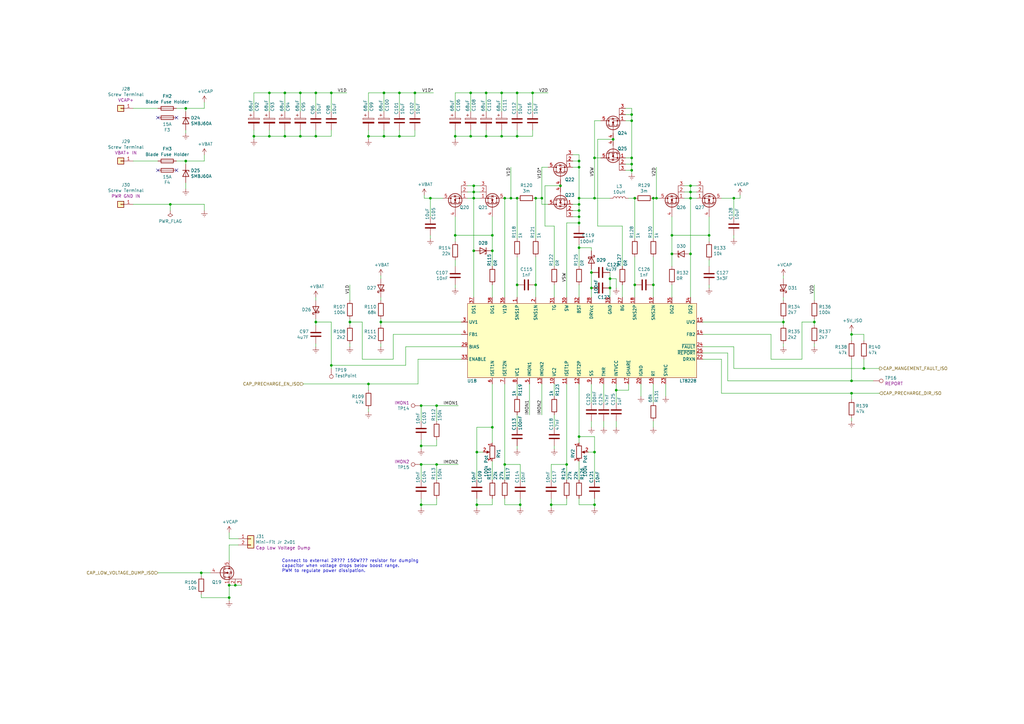
<source format=kicad_sch>
(kicad_sch (version 20211123) (generator eeschema)
  (paper "A3")
  (title_block (title "Loco Main Board") (date "2021-05-26") (rev "vA") (comment 1 "AF/MJ") (comment 2 "MJ"))
  (lib_symbols
    (symbol "RCAS_Connectors_Generic:Conn_01x01" (pin_names (offset 1.016) hide)
      (property "Reference" "J" (at 0 2.54 0))
      (property "Value" "Conn_01x01" (at 0 -2.54 0))
      (symbol "Conn_01x01_1_1"
        (pin passive line (at -5.08 0 0) (length 3.81) (name "Pin_1") (number "1"))
      )
    )
    (symbol "RCAS_Connectors_Generic:Conn_01x02" (pin_names (offset 1.016) hide)
      (property "Reference" "J" (at 0 2.54 0))
      (property "Value" "Conn_01x02" (at 0 -5.08 0))
      (symbol "Conn_01x02_1_1"
        (pin passive line (at -5.08 0 0) (length 3.81) (name "Pin_1") (number "1"))
        (pin passive line (at -5.08 -2.54 0) (length 3.81) (name "Pin_2") (number "2"))
      )
    )
    (symbol "RCAS_Diodes:D_Schottky" (pin_numbers hide) (pin_names (offset 1.016) hide)
      (property "Reference" "D" (at 0 2.54 0))
      (property "Value" "D_Schottky" (at 0 -2.54 0))
      (symbol "D_Schottky_1_1"
        (pin passive line (at -3.81 0 0) (length 2.54) (name "K") (number "1"))
        (pin passive line (at 3.81 0 180) (length 2.54) (name "A") (number "2"))
      )
    )
    (symbol "RCAS_Diodes:D_Zener" (pin_numbers hide) (pin_names (offset 1.016) hide)
      (property "Reference" "D" (at 0 2.54 0))
      (property "Value" "D_Zener" (at 0 -2.54 0))
      (symbol "D_Zener_1_1"
        (pin passive line (at -3.81 0 0) (length 2.54) (name "K") (number "1"))
        (pin passive line (at 3.81 0 180) (length 2.54) (name "A") (number "2"))
      )
    )
    (symbol "RCAS_FETs:Q_NMOS_SSSGD" (pin_names (offset 0) hide)
      (property "Reference" "Q" (at 5.08 1.27 0))
      (property "Value" "Q_NMOS_SSSGD" (at 5.08 -1.27 0))
      (symbol "Q_NMOS_SSSGD_1_1"
        (pin passive line (at 2.54 -5.08 90) (length 2.54) (name "S") (number "1"))
        (pin passive line (at 5.08 -5.08 90) (length 2.54) (name "D") (number "2"))
        (pin passive line (at 7.62 -5.08 90) (length 2.54) (name "D") (number "3"))
        (pin input line (at -5.08 0 0) (length 2.54) (name "G") (number "4"))
        (pin passive line (at 2.54 5.08 270) (length 2.54) (name "D") (number "5"))
      )
    )
    (symbol "RCAS_Passives:Capacitor" (pin_numbers hide) (pin_names (offset 0.254))
      (property "Reference" "C" (at 0.635 2.54 0))
      (property "Value" "Capacitor" (at 0.635 -2.54 0))
      (symbol "Capacitor_1_1"
        (pin passive line (at 0 3.81 270) (length 2.794) (name "~") (number "1"))
        (pin passive line (at 0 -3.81 90) (length 2.794) (name "~") (number "2"))
      )
    )
    (symbol "RCAS_Passives:Capacitor_Polarized" (pin_numbers hide) (pin_names (offset 0.254))
      (property "Reference" "C" (at 0.635 2.54 0))
      (property "Value" "Capacitor_Polarized" (at 0.635 -2.54 0))
      (symbol "Capacitor_Polarized_1_1"
        (pin passive line (at 0 3.81 270) (length 2.794) (name "~") (number "1"))
        (pin passive line (at 0 -3.81 90) (length 2.794) (name "~") (number "2"))
      )
    )
    (symbol "RCAS_Passives:Fuse" (pin_numbers hide) (pin_names (offset 0))
      (property "Reference" "F" (at 2.032 0 90))
      (property "Value" "Fuse" (at -1.905 0 90))
      (symbol "Fuse_1_1"
        (pin passive line (at 0 3.81 270) (length 1.27) (name "~") (number "1"))
        (pin passive line (at 0 -3.81 90) (length 1.27) (name "~") (number "2"))
      )
    )
    (symbol "RCAS_Passives:Inductor" (pin_numbers hide) (pin_names (offset 1.016) hide)
      (property "Reference" "L" (at -1.27 0 90))
      (property "Value" "Inductor" (at 1.905 0 90))
      (symbol "Inductor_1_1"
        (pin passive line (at 0 3.81 270) (length 1.27) (name "1") (number "1"))
        (pin passive line (at 0 -3.81 90) (length 1.27) (name "2") (number "2"))
      )
    )
    (symbol "RCAS_Passives:Resistor" (pin_numbers hide) (pin_names (offset 0))
      (property "Reference" "R" (at 2.032 0 90))
      (property "Value" "Resistor" (at 0 0 90))
      (symbol "Resistor_1_1"
        (pin passive line (at 0 3.81 270) (length 1.27) (name "~") (number "1"))
        (pin passive line (at 0 -3.81 90) (length 1.27) (name "~") (number "2"))
      )
    )
    (symbol "RCAS_Passives:Resistor_Potentiometer" (pin_names (offset 1.016) hide)
      (property "Reference" "RV" (at -4.445 0 90))
      (property "Value" "Resistor_Potentiometer" (at -2.54 0 90))
      (symbol "Resistor_Potentiometer_1_1"
        (pin passive line (at 0 3.81 270) (length 1.27) (name "1") (number "1"))
        (pin passive line (at 3.81 0 180) (length 1.27) (name "2") (number "2"))
        (pin passive line (at 0 -3.81 90) (length 1.27) (name "3") (number "3"))
      )
    )
    (symbol "RCAS_Power_Symbols:+5V0_ISO" (power) (pin_names (offset 0))
      (property "Value" "+5V0_ISO" (at 0 3.556 0))
      (symbol "+5V0_ISO_1_1"
        (pin power_in line (at 0 0 90) (length 0) hide (name "+5V_ISO") (number "1"))
      )
    )
    (symbol "RCAS_Power_Symbols:+VBAT" (power) (pin_names (offset 0))
      (property "Value" "+VBAT" (at 0 3.556 0))
      (symbol "+VBAT_1_1"
        (pin power_in line (at 0 0 90) (length 0) hide (name "+VBAT") (number "1"))
      )
    )
    (symbol "RCAS_Power_Symbols:+VBAT_Enabled" (power) (pin_names (offset 0))
      (property "Value" "+VBAT_Enabled" (at 0 3.556 0))
      (symbol "+VBAT_Enabled_1_1"
        (pin power_in line (at 0 0 90) (length 0) hide (name "+VBAT") (number "1"))
      )
    )
    (symbol "RCAS_Power_Symbols:+VCAP" (power) (pin_names (offset 0))
      (property "Value" "+VCAP" (at 0 3.556 0))
      (symbol "+VCAP_1_1"
        (pin power_in line (at 0 0 90) (length 0) hide (name "+VCAP") (number "1"))
      )
    )
    (symbol "RCAS_Power_Symbols:Earth" (power) (pin_names (offset 0))
      (symbol "Earth_1_1"
        (pin power_in line (at 0 0 270) (length 0) hide (name "Earth") (number "1"))
      )
    )
    (symbol "RCAS_Power_Symbols:PWR_FLAG" (power) (pin_numbers hide) (pin_names (offset 0) hide)
      (symbol "PWR_FLAG_0_0"
        (pin power_out line (at 0 0 90) (length 0) (name "pwr") (number "1"))
      )
    )
    (symbol "RCAS_Regulators_Switch-Mode:LT8228"
      (property "Reference" "U?" (at 69.85 -27.94 0))
      (property "Value" "LT8228" (at 69.85 -30.48 0))
      (symbol "LT8228_0_0"
        (pin passive line (at -5.08 2.54 270) (length 2.54) (name "SNS1P") (number "1"))
        (pin passive line (at 10.16 -33.02 90) (length 2.54) (name "VC2") (number "10"))
        (pin passive line (at 15.24 -33.02 90) (length 2.54) (name "ISET1P") (number "11"))
        (pin passive line (at 20.32 -33.02 90) (length 2.54) (name "ISET2P") (number "12"))
        (pin passive line (at 5.08 -33.02 90) (length 2.54) (name "IMON2") (number "13"))
        (pin passive line (at 71.12 -12.7 180) (length 2.54) (name "FB2") (number "14"))
        (pin passive line (at 71.12 -7.62 180) (length 2.54) (name "UV2") (number "15"))
        (pin passive line (at 50.8 -33.02 90) (length 2.54) (name "RT") (number "16"))
        (pin passive line (at 40.64 -33.02 90) (length 2.54) (name "ISHARE") (number "17"))
        (pin passive line (at 43.18 2.54 270) (length 2.54) (name "SNS2P") (number "18"))
        (pin passive line (at 50.8 2.54 270) (length 2.54) (name "SNS2N") (number "19"))
        (pin passive line (at 2.54 2.54 270) (length 2.54) (name "SNS1N") (number "2"))
        (pin passive line (at 45.72 -33.02 90) (length 2.54) (name "IGND") (number "20"))
        (pin passive line (at 35.56 -33.02 90) (length 2.54) (name "INTVCC") (number "21"))
        (pin passive line (at 71.12 -22.86 180) (length 2.54) (name "DRXN") (number "22"))
        (pin passive line (at 55.88 -33.02 90) (length 2.54) (name "SYNC") (number "23"))
        (pin passive line (at 71.12 -17.78 180) (length 2.54) (name "~{FAULT}") (number "24"))
        (pin passive line (at 71.12 -20.32 180) (length 2.54) (name "~{REPORT}") (number "25"))
        (pin passive line (at 30.48 -33.02 90) (length 2.54) (name "TMR") (number "26"))
        (pin passive line (at 38.1 2.54 270) (length 2.54) (name "BG") (number "27"))
        (pin passive line (at 25.4 2.54 270) (length 2.54) (name "DRVcc") (number "28"))
        (pin passive line (at -27.94 -17.78 0) (length 2.54) (name "BIAS") (number "29"))
        (pin passive line (at -27.94 -7.62 0) (length 2.54) (name "UV1") (number "3"))
        (pin passive line (at 15.24 2.54 270) (length 2.54) (name "SW") (number "30"))
        (pin passive line (at 10.16 2.54 270) (length 2.54) (name "TG") (number "31"))
        (pin passive line (at 20.32 2.54 270) (length 2.54) (name "BST") (number "32"))
        (pin passive line (at -27.94 -22.86 0) (length 2.54) (name "ENABLE") (number "33"))
        (pin passive line (at 66.04 2.54 270) (length 2.54) (name "DS2") (number "34"))
        (pin passive line (at 58.42 2.54 270) (length 2.54) (name "DG2") (number "35"))
        (pin passive line (at -10.16 2.54 270) (length 2.54) (name "V1D") (number "36"))
        (pin passive line (at -22.86 2.54 270) (length 2.54) (name "DS1") (number "37"))
        (pin passive line (at -15.24 2.54 270) (length 2.54) (name "DG1") (number "38"))
        (pin passive line (at 33.02 2.54 270) (length 2.54) (name "GND") (number "39"))
        (pin passive line (at -27.94 -12.7 0) (length 2.54) (name "FB1") (number "4"))
        (pin passive line (at 0 -33.02 90) (length 2.54) (name "IMON1") (number "5"))
        (pin passive line (at -15.24 -33.02 90) (length 2.54) (name "ISET1N") (number "6"))
        (pin passive line (at -10.16 -33.02 90) (length 2.54) (name "ISET2N") (number "7"))
        (pin passive line (at -5.08 -33.02 90) (length 2.54) (name "VC1") (number "8"))
        (pin passive line (at 25.4 -33.02 90) (length 2.54) (name "SS") (number "9"))
      )
    )
    (symbol "RCAS_Test_Points:TestPoint" (pin_numbers hide) (pin_names (offset 0.762) hide)
      (property "Reference" "TP" (at 0 6.858 0))
      (property "Value" "TestPoint" (at 0 5.08 0))
      (symbol "TestPoint_1_1"
        (pin passive line (at 0 0 90) (length 2.54) (name "1") (number "1"))
      )
    )
  )
  (junction (at 205.74 38.1))
  (junction (at 251.46 57.15))
  (junction (at 250.19 114.3))
  (junction (at 194.31 78.74))
  (junction (at 218.44 38.1))
  (junction (at 157.48 55.88))
  (junction (at 260.35 116.84))
  (junction (at 110.49 55.88))
  (junction (at 76.2 44.45))
  (junction (at 259.08 67.31))
  (junction (at 219.71 116.84))
  (junction (at 129.54 132.08))
  (junction (at 201.93 175.26))
  (junction (at 135.89 149.86))
  (junction (at 194.31 76.2))
  (junction (at 232.41 190.5))
  (junction (at 93.98 240.03))
  (junction (at 243.84 64.77))
  (junction (at 209.55 81.28))
  (junction (at 199.39 38.1))
  (junction (at 123.19 55.88))
  (junction (at 243.84 185.42))
  (junction (at 267.97 116.84))
  (junction (at 275.59 104.14))
  (junction (at 243.84 81.28))
  (junction (at 193.04 55.88))
  (junction (at 186.69 55.88))
  (junction (at 300.99 81.28))
  (junction (at 213.36 207.01))
  (junction (at 123.19 38.1))
  (junction (at 156.21 132.08))
  (junction (at 242.57 118.11))
  (junction (at 172.72 166.37))
  (junction (at 237.49 66.04))
  (junction (at 237.49 179.07))
  (junction (at 157.48 38.1))
  (junction (at 110.49 38.1))
  (junction (at 69.85 83.82))
  (junction (at 76.2 66.04))
  (junction (at 104.14 55.88))
  (junction (at 283.21 78.74))
  (junction (at 151.13 55.88))
  (junction (at 237.49 88.9))
  (junction (at 207.01 190.5))
  (junction (at 82.55 234.95))
  (junction (at 275.59 96.52))
  (junction (at 201.93 102.87))
  (junction (at 237.49 81.28))
  (junction (at 194.31 102.87))
  (junction (at 172.72 190.5))
  (junction (at 199.39 55.88))
  (junction (at 176.53 81.28))
  (junction (at 242.57 111.76))
  (junction (at 193.04 38.1))
  (junction (at 207.01 81.28))
  (junction (at 267.97 81.28))
  (junction (at 212.09 55.88))
  (junction (at 163.83 38.1))
  (junction (at 116.84 38.1))
  (junction (at 226.06 207.01))
  (junction (at 179.07 190.5))
  (junction (at 237.49 86.36))
  (junction (at 349.25 156.21))
  (junction (at 290.83 96.52))
  (junction (at 321.31 132.08))
  (junction (at 349.25 161.29))
  (junction (at 129.54 38.1))
  (junction (at 250.19 118.11))
  (junction (at 283.21 104.14))
  (junction (at 243.84 207.01))
  (junction (at 186.69 96.52))
  (junction (at 259.08 49.53))
  (junction (at 151.13 157.48))
  (junction (at 269.24 81.28))
  (junction (at 170.18 38.1))
  (junction (at 143.51 132.08))
  (junction (at 135.89 38.1))
  (junction (at 219.71 81.28))
  (junction (at 260.35 81.28))
  (junction (at 129.54 55.88))
  (junction (at 195.58 207.01))
  (junction (at 237.49 91.44))
  (junction (at 283.21 81.28))
  (junction (at 172.72 182.88))
  (junction (at 205.74 55.88))
  (junction (at 259.08 69.85))
  (junction (at 334.01 132.08))
  (junction (at 163.83 55.88))
  (junction (at 212.09 116.84))
  (junction (at 201.93 96.52))
  (junction (at 259.08 64.77))
  (junction (at 237.49 68.58))
  (junction (at 172.72 207.01))
  (junction (at 237.49 101.6))
  (junction (at 283.21 76.2))
  (junction (at 349.25 137.16))
  (junction (at 194.31 81.28))
  (junction (at 237.49 83.82))
  (junction (at 179.07 166.37))
  (junction (at 229.87 76.2))
  (junction (at 116.84 55.88))
  (junction (at 212.09 38.1))
  (junction (at 96.52 240.03))
  (junction (at 212.09 81.28))
  (junction (at 354.33 151.13))
  (junction (at 252.73 160.02))
  (junction (at 222.25 81.28))
  (junction (at 93.98 245.11))
  (junction (at 259.08 46.99))
  (junction (at 195.58 185.42))
  (no_connect (at 64.77 48.26))
  (no_connect (at 64.77 69.85))
  (no_connect (at 72.39 69.85))
  (no_connect (at 72.39 48.26))
  (wire (pts (xy 179.07 204.47) (xy 179.07 207.01)))
  (wire (pts (xy 250.19 118.11) (xy 250.19 114.3)))
  (wire (pts (xy 349.25 137.16) (xy 354.33 137.16)))
  (wire (pts (xy 179.07 190.5) (xy 172.72 190.5)))
  (wire (pts (xy 179.07 190.5) (xy 179.07 196.85)))
  (wire (pts (xy 172.72 204.47) (xy 172.72 207.01)))
  (wire (pts (xy 83.82 66.04) (xy 83.82 63.5)))
  (wire (pts (xy 243.84 204.47) (xy 243.84 207.01)))
  (wire (pts (xy 209.55 81.28) (xy 209.55 68.58)))
  (wire (pts (xy 93.98 245.11) (xy 93.98 246.38)))
  (wire (pts (xy 76.2 66.04) (xy 76.2 67.31)))
  (wire (pts (xy 223.52 92.71) (xy 227.33 92.71)))
  (wire (pts (xy 205.74 55.88) (xy 212.09 55.88)))
  (wire (pts (xy 295.91 161.29) (xy 349.25 161.29)))
  (wire (pts (xy 242.57 165.1) (xy 242.57 157.48)))
  (wire (pts (xy 179.07 166.37) (xy 179.07 172.72)))
  (wire (pts (xy 97.79 223.52) (xy 93.98 223.52)))
  (wire (pts (xy 205.74 45.72) (xy 205.74 38.1)))
  (wire (pts (xy 201.93 102.87) (xy 201.93 109.22)))
  (wire (pts (xy 157.48 45.72) (xy 157.48 38.1)))
  (wire (pts (xy 259.08 67.31) (xy 259.08 69.85)))
  (wire (pts (xy 298.45 144.78) (xy 288.29 144.78)))
  (wire (pts (xy 234.95 88.9) (xy 237.49 88.9)))
  (wire (pts (xy 226.06 204.47) (xy 226.06 207.01)))
  (wire (pts (xy 196.85 78.74) (xy 194.31 78.74)))
  (wire (pts (xy 194.31 76.2) (xy 196.85 76.2)))
  (wire (pts (xy 349.25 172.72) (xy 349.25 171.45)))
  (wire (pts (xy 156.21 123.19) (xy 156.21 121.92)))
  (wire (pts (xy 250.19 114.3) (xy 250.19 111.76)))
  (wire (pts (xy 283.21 78.74) (xy 280.67 78.74)))
  (wire (pts (xy 135.89 132.08) (xy 135.89 149.86)))
  (wire (pts (xy 54.61 66.04) (xy 64.77 66.04)))
  (wire (pts (xy 212.09 97.79) (xy 212.09 81.28)))
  (wire (pts (xy 280.67 81.28) (xy 283.21 81.28)))
  (wire (pts (xy 157.48 38.1) (xy 151.13 38.1)))
  (wire (pts (xy 199.39 53.34) (xy 199.39 55.88)))
  (wire (pts (xy 191.77 76.2) (xy 194.31 76.2)))
  (wire (pts (xy 96.52 240.03) (xy 93.98 240.03)))
  (wire (pts (xy 129.54 132.08) (xy 129.54 133.35)))
  (wire (pts (xy 234.95 86.36) (xy 237.49 86.36)))
  (wire (pts (xy 257.81 157.48) (xy 257.81 160.02)))
  (wire (pts (xy 222.25 83.82) (xy 224.79 83.82)))
  (wire (pts (xy 259.08 44.45) (xy 259.08 46.99)))
  (wire (pts (xy 232.41 190.5) (xy 232.41 196.85)))
  (wire (pts (xy 179.07 166.37) (xy 172.72 166.37)))
  (wire (pts (xy 123.19 55.88) (xy 129.54 55.88)))
  (wire (pts (xy 135.89 38.1) (xy 129.54 38.1)))
  (wire (pts (xy 290.83 106.68) (xy 290.83 109.22)))
  (wire (pts (xy 242.57 101.6) (xy 242.57 102.87)))
  (wire (pts (xy 135.89 45.72) (xy 135.89 38.1)))
  (wire (pts (xy 72.39 66.04) (xy 76.2 66.04)))
  (wire (pts (xy 54.61 83.82) (xy 69.85 83.82)))
  (wire (pts (xy 171.45 157.48) (xy 171.45 147.32)))
  (wire (pts (xy 186.69 57.15) (xy 186.69 55.88)))
  (wire (pts (xy 110.49 53.34) (xy 110.49 55.88)))
  (wire (pts (xy 170.18 55.88) (xy 170.18 53.34)))
  (wire (pts (xy 194.31 102.87) (xy 194.31 121.92)))
  (wire (pts (xy 212.09 175.26) (xy 212.09 170.18)))
  (wire (pts (xy 157.48 53.34) (xy 157.48 55.88)))
  (wire (pts (xy 237.49 91.44) (xy 237.49 92.71)))
  (wire (pts (xy 69.85 83.82) (xy 83.82 83.82)))
  (wire (pts (xy 186.69 96.52) (xy 201.93 96.52)))
  (wire (pts (xy 243.84 207.01) (xy 243.84 208.28)))
  (wire (pts (xy 237.49 88.9) (xy 237.49 91.44)))
  (wire (pts (xy 259.08 64.77) (xy 259.08 67.31)))
  (wire (pts (xy 129.54 55.88) (xy 135.89 55.88)))
  (wire (pts (xy 237.49 86.36) (xy 237.49 88.9)))
  (wire (pts (xy 275.59 96.52) (xy 275.59 104.14)))
  (wire (pts (xy 243.84 64.77) (xy 243.84 81.28)))
  (wire (pts (xy 82.55 234.95) (xy 82.55 236.22)))
  (wire (pts (xy 201.93 181.61) (xy 201.93 175.26)))
  (wire (pts (xy 129.54 38.1) (xy 123.19 38.1)))
  (wire (pts (xy 148.59 132.08) (xy 148.59 147.32)))
  (wire (pts (xy 237.49 157.48) (xy 237.49 179.07)))
  (wire (pts (xy 212.09 116.84) (xy 212.09 121.92)))
  (wire (pts (xy 259.08 71.12) (xy 259.08 69.85)))
  (wire (pts (xy 222.25 81.28) (xy 219.71 81.28)))
  (wire (pts (xy 252.73 118.11) (xy 252.73 114.3)))
  (wire (pts (xy 173.99 81.28) (xy 176.53 81.28)))
  (wire (pts (xy 201.93 157.48) (xy 201.93 175.26)))
  (wire (pts (xy 241.3 185.42) (xy 243.84 185.42)))
  (wire (pts (xy 290.83 99.06) (xy 290.83 96.52)))
  (wire (pts (xy 349.25 135.89) (xy 349.25 137.16)))
  (wire (pts (xy 242.57 175.26) (xy 242.57 172.72)))
  (wire (pts (xy 110.49 45.72) (xy 110.49 38.1)))
  (wire (pts (xy 177.8 38.1) (xy 170.18 38.1)))
  (wire (pts (xy 260.35 116.84) (xy 260.35 121.92)))
  (wire (pts (xy 212.09 162.56) (xy 212.09 157.48)))
  (wire (pts (xy 260.35 105.41) (xy 260.35 116.84)))
  (wire (pts (xy 135.89 55.88) (xy 135.89 53.34)))
  (wire (pts (xy 86.36 234.95) (xy 82.55 234.95)))
  (wire (pts (xy 328.93 147.32) (xy 316.23 147.32)))
  (wire (pts (xy 227.33 116.84) (xy 227.33 121.92)))
  (wire (pts (xy 195.58 175.26) (xy 201.93 175.26)))
  (wire (pts (xy 129.54 38.1) (xy 129.54 45.72)))
  (wire (pts (xy 280.67 76.2) (xy 283.21 76.2)))
  (wire (pts (xy 195.58 185.42) (xy 195.58 196.85)))
  (wire (pts (xy 172.72 180.34) (xy 172.72 182.88)))
  (wire (pts (xy 194.31 78.74) (xy 191.77 78.74)))
  (wire (pts (xy 83.82 44.45) (xy 83.82 41.91)))
  (wire (pts (xy 256.54 67.31) (xy 259.08 67.31)))
  (wire (pts (xy 187.96 190.5) (xy 179.07 190.5)))
  (wire (pts (xy 328.93 132.08) (xy 328.93 147.32)))
  (wire (pts (xy 166.37 149.86) (xy 166.37 142.24)))
  (wire (pts (xy 334.01 116.84) (xy 334.01 123.19)))
  (wire (pts (xy 237.49 81.28) (xy 243.84 81.28)))
  (wire (pts (xy 321.31 133.35) (xy 321.31 132.08)))
  (wire (pts (xy 245.11 92.71) (xy 255.27 92.71)))
  (wire (pts (xy 243.84 49.53) (xy 243.84 64.77)))
  (wire (pts (xy 259.08 69.85) (xy 256.54 69.85)))
  (wire (pts (xy 227.33 184.15) (xy 227.33 182.88)))
  (wire (pts (xy 334.01 133.35) (xy 334.01 132.08)))
  (wire (pts (xy 157.48 38.1) (xy 163.83 38.1)))
  (wire (pts (xy 207.01 157.48) (xy 207.01 190.5)))
  (wire (pts (xy 288.29 132.08) (xy 321.31 132.08)))
  (wire (pts (xy 199.39 38.1) (xy 199.39 45.72)))
  (wire (pts (xy 222.25 81.28) (xy 222.25 68.58)))
  (wire (pts (xy 269.24 81.28) (xy 269.24 68.58)))
  (wire (pts (xy 151.13 57.15) (xy 151.13 55.88)))
  (wire (pts (xy 151.13 55.88) (xy 151.13 53.34)))
  (wire (pts (xy 275.59 116.84) (xy 275.59 121.92)))
  (wire (pts (xy 232.41 91.44) (xy 232.41 121.92)))
  (wire (pts (xy 252.73 165.1) (xy 252.73 160.02)))
  (wire (pts (xy 69.85 86.36) (xy 69.85 83.82)))
  (wire (pts (xy 237.49 207.01) (xy 243.84 207.01)))
  (wire (pts (xy 76.2 44.45) (xy 76.2 45.72)))
  (wire (pts (xy 252.73 160.02) (xy 252.73 157.48)))
  (wire (pts (xy 300.99 97.79) (xy 300.99 96.52)))
  (wire (pts (xy 234.95 83.82) (xy 237.49 83.82)))
  (wire (pts (xy 224.79 38.1) (xy 218.44 38.1)))
  (wire (pts (xy 349.25 161.29) (xy 349.25 163.83)))
  (wire (pts (xy 212.09 53.34) (xy 212.09 55.88)))
  (wire (pts (xy 116.84 55.88) (xy 123.19 55.88)))
  (wire (pts (xy 243.84 64.77) (xy 246.38 64.77)))
  (wire (pts (xy 243.84 185.42) (xy 243.84 196.85)))
  (wire (pts (xy 267.97 81.28) (xy 269.24 81.28)))
  (wire (pts (xy 104.14 55.88) (xy 104.14 53.34)))
  (wire (pts (xy 201.93 96.52) (xy 201.93 102.87)))
  (wire (pts (xy 163.83 38.1) (xy 163.83 45.72)))
  (wire (pts (xy 151.13 55.88) (xy 157.48 55.88)))
  (wire (pts (xy 151.13 157.48) (xy 171.45 157.48)))
  (wire (pts (xy 163.83 55.88) (xy 170.18 55.88)))
  (wire (pts (xy 207.01 81.28) (xy 209.55 81.28)))
  (wire (pts (xy 199.39 55.88) (xy 205.74 55.88)))
  (wire (pts (xy 186.69 88.9) (xy 186.69 96.52)))
  (wire (pts (xy 83.82 83.82) (xy 83.82 86.36)))
  (wire (pts (xy 227.33 175.26) (xy 227.33 170.18)))
  (wire (pts (xy 212.09 38.1) (xy 212.09 45.72)))
  (wire (pts (xy 243.84 179.07) (xy 237.49 179.07)))
  (wire (pts (xy 234.95 68.58) (xy 237.49 68.58)))
  (wire (pts (xy 247.65 175.26) (xy 247.65 172.72)))
  (wire (pts (xy 234.95 63.5) (xy 237.49 63.5)))
  (wire (pts (xy 207.01 81.28) (xy 207.01 121.92)))
  (wire (pts (xy 300.99 81.28) (xy 300.99 88.9)))
  (wire (pts (xy 161.29 137.16) (xy 189.23 137.16)))
  (wire (pts (xy 232.41 204.47) (xy 232.41 207.01)))
  (wire (pts (xy 218.44 45.72) (xy 218.44 38.1)))
  (wire (pts (xy 195.58 175.26) (xy 195.58 185.42)))
  (wire (pts (xy 295.91 147.32) (xy 295.91 161.29)))
  (wire (pts (xy 259.08 46.99) (xy 259.08 49.53)))
  (wire (pts (xy 193.04 53.34) (xy 193.04 55.88)))
  (wire (pts (xy 205.74 53.34) (xy 205.74 55.88)))
  (wire (pts (xy 227.33 92.71) (xy 227.33 109.22)))
  (wire (pts (xy 207.01 190.5) (xy 213.36 190.5)))
  (wire (pts (xy 142.24 38.1) (xy 135.89 38.1)))
  (wire (pts (xy 256.54 64.77) (xy 259.08 64.77)))
  (wire (pts (xy 283.21 104.14) (xy 283.21 121.92)))
  (wire (pts (xy 170.18 45.72) (xy 170.18 38.1)))
  (wire (pts (xy 226.06 190.5) (xy 226.06 196.85)))
  (wire (pts (xy 173.99 80.01) (xy 173.99 81.28)))
  (wire (pts (xy 116.84 53.34) (xy 116.84 55.88)))
  (wire (pts (xy 124.46 157.48) (xy 151.13 157.48)))
  (wire (pts (xy 358.14 156.21) (xy 349.25 156.21)))
  (wire (pts (xy 156.21 132.08) (xy 156.21 130.81)))
  (wire (pts (xy 151.13 157.48) (xy 151.13 160.02)))
  (wire (pts (xy 129.54 142.24) (xy 129.54 140.97)))
  (wire (pts (xy 129.54 132.08) (xy 135.89 132.08)))
  (wire (pts (xy 267.97 81.28) (xy 267.97 97.79)))
  (wire (pts (xy 285.75 78.74) (xy 283.21 78.74)))
  (wire (pts (xy 116.84 38.1) (xy 116.84 45.72)))
  (wire (pts (xy 163.83 53.34) (xy 163.83 55.88)))
  (wire (pts (xy 143.51 133.35) (xy 143.51 132.08)))
  (wire (pts (xy 151.13 167.64) (xy 151.13 168.91)))
  (wire (pts (xy 273.05 157.48) (xy 273.05 162.56)))
  (wire (pts (xy 283.21 78.74) (xy 283.21 81.28)))
  (wire (pts (xy 334.01 142.24) (xy 334.01 140.97)))
  (wire (pts (xy 179.07 180.34) (xy 179.07 182.88)))
  (wire (pts (xy 290.83 118.11) (xy 290.83 116.84)))
  (wire (pts (xy 218.44 55.88) (xy 218.44 53.34)))
  (wire (pts (xy 237.49 101.6) (xy 237.49 109.22)))
  (wire (pts (xy 212.09 38.1) (xy 205.74 38.1)))
  (wire (pts (xy 116.84 38.1) (xy 110.49 38.1)))
  (wire (pts (xy 257.81 160.02) (xy 252.73 160.02)))
  (wire (pts (xy 143.51 142.24) (xy 143.51 140.97)))
  (wire (pts (xy 72.39 44.45) (xy 76.2 44.45)))
  (wire (pts (xy 242.57 101.6) (xy 237.49 101.6)))
  (wire (pts (xy 237.49 66.04) (xy 237.49 68.58)))
  (wire (pts (xy 247.65 157.48) (xy 247.65 165.1)))
  (wire (pts (xy 76.2 44.45) (xy 83.82 44.45)))
  (wire (pts (xy 186.69 55.88) (xy 186.69 53.34)))
  (wire (pts (xy 166.37 142.24) (xy 189.23 142.24)))
  (wire (pts (xy 242.57 111.76) (xy 242.57 118.11)))
  (wire (pts (xy 212.09 184.15) (xy 212.09 182.88)))
  (wire (pts (xy 172.72 182.88) (xy 179.07 182.88)))
  (wire (pts (xy 196.85 81.28) (xy 194.31 81.28)))
  (wire (pts (xy 187.96 166.37) (xy 179.07 166.37)))
  (wire (pts (xy 193.04 38.1) (xy 186.69 38.1)))
  (wire (pts (xy 321.31 113.03) (xy 321.31 114.3)))
  (wire (pts (xy 186.69 99.06) (xy 186.69 96.52)))
  (wire (pts (xy 76.2 66.04) (xy 83.82 66.04)))
  (wire (pts (xy 82.55 243.84) (xy 82.55 245.11)))
  (wire (pts (xy 232.41 190.5) (xy 226.06 190.5)))
  (wire (pts (xy 275.59 96.52) (xy 275.59 88.9)))
  (wire (pts (xy 54.61 44.45) (xy 64.77 44.45)))
  (wire (pts (xy 212.09 55.88) (xy 218.44 55.88)))
  (wire (pts (xy 222.25 170.18) (xy 222.25 157.48)))
  (wire (pts (xy 99.06 240.03) (xy 96.52 240.03)))
  (wire (pts (xy 209.55 81.28) (xy 212.09 81.28)))
  (wire (pts (xy 232.41 91.44) (xy 237.49 91.44)))
  (wire (pts (xy 255.27 92.71) (xy 255.27 109.22)))
  (wire (pts (xy 245.11 57.15) (xy 245.11 92.71)))
  (wire (pts (xy 172.72 182.88) (xy 172.72 184.15)))
  (wire (pts (xy 250.19 121.92) (xy 250.19 118.11)))
  (wire (pts (xy 232.41 207.01) (xy 226.06 207.01)))
  (wire (pts (xy 237.49 204.47) (xy 237.49 207.01)))
  (wire (pts (xy 267.97 116.84) (xy 267.97 121.92)))
  (wire (pts (xy 186.69 38.1) (xy 186.69 45.72)))
  (wire (pts (xy 156.21 142.24) (xy 156.21 140.97)))
  (wire (pts (xy 129.54 121.92) (xy 129.54 123.19)))
  (wire (pts (xy 256.54 49.53) (xy 259.08 49.53)))
  (wire (pts (xy 316.23 137.16) (xy 288.29 137.16)))
  (wire (pts (xy 194.31 78.74) (xy 194.31 81.28)))
  (wire (pts (xy 354.33 137.16) (xy 354.33 139.7)))
  (wire (pts (xy 290.83 96.52) (xy 275.59 96.52)))
  (wire (pts (xy 237.49 81.28) (xy 237.49 83.82)))
  (wire (pts (xy 227.33 162.56) (xy 227.33 157.48)))
  (wire (pts (xy 219.71 116.84) (xy 219.71 121.92)))
  (wire (pts (xy 349.25 147.32) (xy 349.25 156.21)))
  (wire (pts (xy 186.69 55.88) (xy 193.04 55.88)))
  (wire (pts (xy 212.09 105.41) (xy 212.09 116.84)))
  (wire (pts (xy 163.83 38.1) (xy 170.18 38.1)))
  (wire (pts (xy 298.45 156.21) (xy 298.45 144.78)))
  (wire (pts (xy 104.14 57.15) (xy 104.14 55.88)))
  (wire (pts (xy 93.98 220.98) (xy 97.79 220.98)))
  (wire (pts (xy 237.49 68.58) (xy 237.49 81.28)))
  (wire (pts (xy 104.14 55.88) (xy 110.49 55.88)))
  (wire (pts (xy 260.35 97.79) (xy 260.35 81.28)))
  (wire (pts (xy 176.53 97.79) (xy 176.53 96.52)))
  (wire (pts (xy 234.95 66.04) (xy 237.49 66.04)))
  (wire (pts (xy 334.01 132.08) (xy 328.93 132.08)))
  (wire (pts (xy 222.25 81.28) (xy 222.25 83.82)))
  (wire (pts (xy 226.06 207.01) (xy 226.06 208.28)))
  (wire (pts (xy 252.73 114.3) (xy 250.19 114.3)))
  (wire (pts (xy 201.93 207.01) (xy 195.58 207.01)))
  (wire (pts (xy 243.84 179.07) (xy 243.84 185.42)))
  (wire (pts (xy 123.19 53.34) (xy 123.19 55.88)))
  (wire (pts (xy 269.24 81.28) (xy 270.51 81.28)))
  (wire (pts (xy 207.01 204.47) (xy 207.01 207.01)))
  (wire (pts (xy 189.23 132.08) (xy 156.21 132.08)))
  (wire (pts (xy 199.39 38.1) (xy 193.04 38.1)))
  (wire (pts (xy 186.69 106.68) (xy 186.69 109.22)))
  (wire (pts (xy 303.53 81.28) (xy 300.99 81.28)))
  (wire (pts (xy 219.71 81.28) (xy 219.71 97.79)))
  (wire (pts (xy 275.59 104.14) (xy 275.59 109.22)))
  (wire (pts (xy 157.48 55.88) (xy 163.83 55.88)))
  (wire (pts (xy 237.49 189.23) (xy 237.49 196.85)))
  (wire (pts (xy 283.21 81.28) (xy 285.75 81.28)))
  (wire (pts (xy 237.49 63.5) (xy 237.49 66.04)))
  (wire (pts (xy 135.89 149.86) (xy 166.37 149.86)))
  (wire (pts (xy 82.55 234.95) (xy 64.77 234.95)))
  (wire (pts (xy 148.59 147.32) (xy 161.29 147.32)))
  (wire (pts (xy 193.04 45.72) (xy 193.04 38.1)))
  (wire (pts (xy 193.04 55.88) (xy 199.39 55.88)))
  (wire (pts (xy 300.99 142.24) (xy 300.99 151.13)))
  (wire (pts (xy 213.36 207.01) (xy 213.36 208.28)))
  (wire (pts (xy 354.33 147.32) (xy 354.33 151.13)))
  (wire (pts (xy 237.49 83.82) (xy 237.49 86.36)))
  (wire (pts (xy 207.01 207.01) (xy 213.36 207.01)))
  (wire (pts (xy 172.72 207.01) (xy 179.07 207.01)))
  (wire (pts (xy 237.49 116.84) (xy 237.49 121.92)))
  (wire (pts (xy 135.89 151.13) (xy 135.89 149.86)))
  (wire (pts (xy 223.52 76.2) (xy 223.52 92.71)))
  (wire (pts (xy 143.51 116.84) (xy 143.51 123.19)))
  (wire (pts (xy 213.36 190.5) (xy 213.36 196.85)))
  (wire (pts (xy 176.53 81.28) (xy 176.53 88.9)))
  (wire (pts (xy 217.17 170.18) (xy 217.17 157.48)))
  (wire (pts (xy 194.31 76.2) (xy 194.31 78.74)))
  (wire (pts (xy 354.33 151.13) (xy 360.68 151.13)))
  (wire (pts (xy 242.57 118.11) (xy 242.57 121.92)))
  (wire (pts (xy 252.73 175.26) (xy 252.73 172.72)))
  (wire (pts (xy 156.21 113.03) (xy 156.21 114.3)))
  (wire (pts (xy 104.14 38.1) (xy 104.14 45.72)))
  (wire (pts (xy 93.98 223.52) (xy 93.98 229.87)))
  (wire (pts (xy 219.71 105.41) (xy 219.71 116.84)))
  (wire (pts (xy 76.2 53.34) (xy 76.2 54.61)))
  (wire (pts (xy 255.27 116.84) (xy 255.27 121.92)))
  (wire (pts (xy 198.12 185.42) (xy 195.58 185.42)))
  (wire (pts (xy 156.21 133.35) (xy 156.21 132.08)))
  (wire (pts (xy 123.19 45.72) (xy 123.19 38.1)))
  (wire (pts (xy 349.25 156.21) (xy 298.45 156.21)))
  (wire (pts (xy 295.91 81.28) (xy 300.99 81.28)))
  (wire (pts (xy 218.44 38.1) (xy 212.09 38.1)))
  (wire (pts (xy 129.54 130.81) (xy 129.54 132.08)))
  (wire (pts (xy 213.36 204.47) (xy 213.36 207.01)))
  (wire (pts (xy 290.83 88.9) (xy 290.83 96.52)))
  (wire (pts (xy 321.31 142.24) (xy 321.31 140.97)))
  (wire (pts (xy 171.45 147.32) (xy 189.23 147.32)))
  (wire (pts (xy 172.72 166.37) (xy 172.72 172.72)))
  (wire (pts (xy 194.31 81.28) (xy 191.77 81.28)))
  (wire (pts (xy 316.23 147.32) (xy 316.23 137.16)))
  (wire (pts (xy 257.81 81.28) (xy 260.35 81.28)))
  (wire (pts (xy 93.98 218.44) (xy 93.98 220.98)))
  (wire (pts (xy 205.74 38.1) (xy 199.39 38.1)))
  (wire (pts (xy 256.54 44.45) (xy 259.08 44.45)))
  (wire (pts (xy 194.31 81.28) (xy 194.31 102.87)))
  (wire (pts (xy 76.2 74.93) (xy 76.2 77.47)))
  (wire (pts (xy 303.53 80.01) (xy 303.53 81.28)))
  (wire (pts (xy 201.93 96.52) (xy 201.93 88.9)))
  (wire (pts (xy 251.46 57.15) (xy 245.11 57.15)))
  (wire (pts (xy 283.21 76.2) (xy 285.75 76.2)))
  (wire (pts (xy 288.29 142.24) (xy 300.99 142.24)))
  (wire (pts (xy 224.79 68.58) (xy 222.25 68.58)))
  (wire (pts (xy 321.31 123.19) (xy 321.31 121.92)))
  (wire (pts (xy 161.29 147.32) (xy 161.29 137.16)))
  (wire (pts (xy 283.21 81.28) (xy 283.21 104.14)))
  (wire (pts (xy 207.01 190.5) (xy 207.01 196.85)))
  (wire (pts (xy 283.21 76.2) (xy 283.21 78.74)))
  (wire (pts (xy 349.25 137.16) (xy 349.25 139.7)))
  (wire (pts (xy 181.61 81.28) (xy 176.53 81.28)))
  (wire (pts (xy 172.72 208.28) (xy 172.72 207.01)))
  (wire (pts (xy 267.97 157.48) (xy 267.97 165.1)))
  (wire (pts (xy 129.54 53.34) (xy 129.54 55.88)))
  (wire (pts (xy 82.55 245.11) (xy 93.98 245.11)))
  (wire (pts (xy 143.51 132.08) (xy 148.59 132.08)))
  (wire (pts (xy 267.97 105.41) (xy 267.97 116.84)))
  (wire (pts (xy 110.49 55.88) (xy 116.84 55.88)))
  (wire (pts (xy 242.57 110.49) (xy 242.57 111.76)))
  (wire (pts (xy 172.72 190.5) (xy 172.72 196.85)))
  (wire (pts (xy 229.87 76.2) (xy 223.52 76.2)))
  (wire (pts (xy 237.49 181.61) (xy 237.49 179.07)))
  (wire (pts (xy 267.97 175.26) (xy 267.97 172.72)))
  (wire (pts (xy 195.58 207.01) (xy 195.58 208.28)))
  (wire (pts (xy 300.99 151.13) (xy 354.33 151.13)))
  (wire (pts (xy 123.19 38.1) (xy 116.84 38.1)))
  (wire (pts (xy 334.01 132.08) (xy 334.01 130.81)))
  (wire (pts (xy 93.98 240.03) (xy 93.98 245.11)))
  (wire (pts (xy 256.54 46.99) (xy 259.08 46.99)))
  (wire (pts (xy 246.38 49.53) (xy 243.84 49.53)))
  (wire (pts (xy 201.93 189.23) (xy 201.93 196.85)))
  (wire (pts (xy 360.68 161.29) (xy 349.25 161.29)))
  (wire (pts (xy 151.13 38.1) (xy 151.13 45.72)))
  (wire (pts (xy 243.84 81.28) (xy 250.19 81.28)))
  (wire (pts (xy 143.51 132.08) (xy 143.51 130.81)))
  (wire (pts (xy 186.69 118.11) (xy 186.69 116.84)))
  (wire (pts (xy 237.49 100.33) (xy 237.49 101.6)))
  (wire (pts (xy 259.08 49.53) (xy 259.08 64.77)))
  (wire (pts (xy 195.58 204.47) (xy 195.58 207.01)))
  (wire (pts (xy 232.41 157.48) (xy 232.41 190.5)))
  (wire (pts (xy 110.49 38.1) (xy 104.14 38.1)))
  (wire (pts (xy 201.93 204.47) (xy 201.93 207.01)))
  (wire (pts (xy 321.31 132.08) (xy 321.31 130.81)))
  (wire (pts (xy 288.29 147.32) (xy 295.91 147.32)))
  (wire (pts (xy 201.93 116.84) (xy 201.93 121.92)))
  (wire (pts (xy 262.89 162.56) (xy 262.89 157.48)))
  (text "Connect to external 2R??? 150W??? resistor for dumping \ncapacitor when voltage drops below boost range.\nPWM to regulate power dissipation." (at 115.57 234.95 0) (effects (font (size 1.27 1.27)) (justify left bottom)))
  (label "IMON1" (at 187.96 166.37 180))
  (label "IMON1" (at 217.17 170.18 90))
  (label "V2D" (at 334.01 116.84 270))
  (label "V1D" (at 142.24 38.1 180))
  (label "V1D" (at 143.51 116.84 270))
  (label "IMON2" (at 187.96 190.5 180))
  (label "V1D*" (at 177.8 38.1 180))
  (label "V1D*" (at 222.25 68.58 270))
  (label "VSW" (at 232.41 111.76 270))
  (label "V2D" (at 269.24 68.58 270))
  (label "IMON2" (at 222.25 170.18 90))
  (label "VSW" (at 243.84 72.39 90))
  (label "V2D" (at 224.79 38.1 180))
  (label "V1D" (at 209.55 68.58 270))
  (hierarchical_label "CAP_LOW_VOLTAGE_DUMP_ISO" (shape input) (at 64.77 234.95 180))
  (hierarchical_label "CAP_PRECHARGE_DIR_ISO" (shape input) (at 360.68 161.29 0))
  (hierarchical_label "CAP_PRECHARGE_EN_ISO" (shape input) (at 124.46 157.48 180))
  (hierarchical_label "CAP_MANGEMENT_FAULT_ISO" (shape output) (at 360.68 151.13 0))
  (symbol (lib_id "RCAS_Regulators_Switch-Mode:LT8228") (at 217.17 124.46 0) (unit 1)
    (property "Reference" "U18" (at 195.58 156.21 0) (effects (justify right)))
    (property "Value" "LT8228" (at 285.75 156.21 0) (effects (justify right)))
    (property "Footprint" "RCAS_Package_SO:TSSOP-38_4.4x9.7mm_P0.5mm_EP_2.74x4.75mm" (effects hide))
    (property "Cost" "9.89" (effects hide))
    (property "Manufacturer" "Analog Devices" (effects hide))
    (property "Manufacturer Part Number" "LT8228EFE#PBF" (effects hide))
    (property "Part Description" "Buck-Boost Regulator Positive Output Step-Up/Step-Down  DC-DC Controller IC 38-TSSOP-EP" (effects hide))
    (property "Supplier" "Digikey" (effects hide))
    (property "Supplier Part Number" "161-LT8228EFE#PBF-ND" (effects hide))
  )
  (symbol (lib_id "RCAS_Diodes:D_Zener") (at 198.12 102.87 180) (unit 1)
    (property "Reference" "D28" (at 198.12 99.695 0))
    (property "Value" "MMSZ5250BT1G" (effects hide))
    (property "Footprint" "RCAS_Diode_SMD:D_SOD-123F" (effects hide))
    (property "Description" "20V" (effects hide))
    (property "LCSC" "C94386" (effects hide))
  )
  (symbol (lib_id "RCAS_Passives:Resistor") (at 186.69 102.87 0) (mirror x) (unit 1)
    (property "Reference" "R114" (at 184.912 101.7016 0) (effects (justify right)))
    (property "Value" "22k" (at 184.912 104.013 0) (effects (justify right)))
    (property "Footprint" "RCAS_Resistor_SMD:R_0603_1608Metric_Pad1.05x0.95mm_HandSolder" (effects hide))
    (property "LCSC" "C31850" (effects hide))
  )
  (symbol (lib_id "RCAS_Passives:Capacitor") (at 186.69 113.03 0) (mirror x) (unit 1)
    (property "Reference" "C107" (at 183.7944 111.8616 0) (effects (justify right)))
    (property "Value" "10nF" (at 183.7944 114.173 0) (effects (justify right)))
    (property "Footprint" "RCAS_Capacitor_SMD:C_0603_1608Metric_Pad1.05x0.95mm_HandSolder" (effects hide))
    (property "LCSC" "C57112" (effects hide))
  )
  (symbol (lib_id "RCAS_Power_Symbols:Earth") (at 186.69 118.11 0) (unit 1)
    (property "Reference" "#PWR0180" (effects hide))
    (property "Value" "Earth" (effects hide))
  )
  (symbol (lib_id "RCAS_Diodes:D_Zener") (at 279.4 104.14 0) (mirror x) (unit 1)
    (property "Reference" "D30" (at 279.4 100.965 0))
    (property "Value" "MMSZ5250BT1G" (effects hide))
    (property "Footprint" "RCAS_Diode_SMD:D_SOD-123F" (effects hide))
    (property "Description" "20V" (effects hide))
    (property "LCSC" "C94386" (effects hide))
  )
  (symbol (lib_id "RCAS_Passives:Resistor") (at 275.59 113.03 180) (unit 1)
    (property "Reference" "R132" (at 277.368 111.8616 0) (effects (justify right)))
    (property "Value" "0R" (at 277.368 114.173 0) (effects (justify right)))
    (property "Footprint" "RCAS_Resistor_SMD:R_0603_1608Metric_Pad1.05x0.95mm_HandSolder" (effects hide))
    (property "LCSC" "C21189" (effects hide))
  )
  (symbol (lib_id "RCAS_Passives:Resistor") (at 290.83 102.87 180) (unit 1)
    (property "Reference" "R133" (at 292.608 101.7016 0) (effects (justify right)))
    (property "Value" "10k" (at 292.608 104.013 0) (effects (justify right)))
    (property "Footprint" "RCAS_Resistor_SMD:R_0603_1608Metric_Pad1.05x0.95mm_HandSolder" (effects hide))
    (property "LCSC" "C25804" (effects hide))
  )
  (symbol (lib_id "RCAS_Passives:Capacitor") (at 290.83 113.03 180) (unit 1)
    (property "Reference" "C127" (at 293.751 111.8616 0) (effects (justify right)))
    (property "Value" "3n3F" (at 293.751 114.173 0) (effects (justify right)))
    (property "Footprint" "RCAS_Capacitor_SMD:C_0603_1608Metric_Pad1.05x0.95mm_HandSolder" (effects hide))
    (property "LCSC" "C1613" (effects hide))
  )
  (symbol (lib_id "RCAS_Power_Symbols:Earth") (at 290.83 118.11 0) (mirror y) (unit 1)
    (property "Reference" "#PWR0195" (effects hide))
    (property "Value" "Earth" (effects hide))
  )
  (symbol (lib_id "RCAS_Passives:Resistor") (at 215.9 81.28 90) (mirror x) (unit 1)
    (property "Reference" "R120" (at 215.9 76.0222 90))
    (property "Value" "3m" (at 215.9 78.3336 90))
    (property "Footprint" "RCAS_Resistor_SMD:R_2512_6332Metric_Pad1.52x3.35mm_HandSolder" (effects hide))
    (property "Description" "LCSC is 3m, check this is ok" (effects hide))
    (property "LCSC" "C60922" (effects hide))
  )
  (symbol (lib_id "RCAS_Passives:Capacitor") (at 215.9 116.84 90) (mirror x) (unit 1)
    (property "Reference" "C115" (at 215.9 110.4392 90))
    (property "Value" "1nF" (at 215.9 112.7506 90))
    (property "Footprint" "RCAS_Capacitor_SMD:C_0603_1608Metric_Pad1.05x0.95mm_HandSolder" (effects hide))
    (property "LCSC" "C1588" (effects hide))
  )
  (symbol (lib_id "RCAS_Passives:Resistor") (at 212.09 101.6 0) (mirror x) (unit 1)
    (property "Reference" "R118" (at 210.82 97.79 90) (effects (justify right)))
    (property "Value" "1k" (at 213.36 97.79 90) (effects (justify right)))
    (property "Footprint" "RCAS_Resistor_SMD:R_0603_1608Metric_Pad1.05x0.95mm_HandSolder" (effects hide))
    (property "LCSC" "C21190" (effects hide))
  )
  (symbol (lib_id "RCAS_Passives:Resistor") (at 219.71 101.6 0) (mirror x) (unit 1)
    (property "Reference" "R121" (at 218.44 97.79 90) (effects (justify right)))
    (property "Value" "1k" (at 220.98 97.79 90) (effects (justify right)))
    (property "Footprint" "RCAS_Resistor_SMD:R_0603_1608Metric_Pad1.05x0.95mm_HandSolder" (effects hide))
    (property "LCSC" "C21190" (effects hide))
  )
  (symbol (lib_id "RCAS_Passives:Resistor") (at 227.33 113.03 0) (mirror x) (unit 1)
    (property "Reference" "R122" (at 226.06 109.22 90) (effects (justify right)))
    (property "Value" "0R" (at 228.6 109.22 90) (effects (justify right)))
    (property "Footprint" "RCAS_Resistor_SMD:R_0603_1608Metric_Pad1.05x0.95mm_HandSolder" (effects hide))
    (property "LCSC" "C21189" (effects hide))
  )
  (symbol (lib_id "RCAS_Passives:Resistor") (at 201.93 113.03 0) (mirror x) (unit 1)
    (property "Reference" "R115" (at 200.66 109.22 90) (effects (justify right)))
    (property "Value" "0R" (at 203.2 109.22 90) (effects (justify right)))
    (property "Footprint" "RCAS_Resistor_SMD:R_0603_1608Metric_Pad1.05x0.95mm_HandSolder" (effects hide))
    (property "LCSC" "C21189" (effects hide))
  )
  (symbol (lib_id "RCAS_Passives:Capacitor") (at 237.49 96.52 0) (mirror y) (unit 1)
    (property "Reference" "C119" (at 243.84 96.52 0) (effects (justify left)))
    (property "Value" "100nF" (at 243.84 99.06 0) (effects (justify left)))
    (property "Footprint" "RCAS_Capacitor_SMD:C_0603_1608Metric_Pad1.05x0.95mm_HandSolder" (effects hide))
    (property "LCSC" "C14663" (effects hide))
  )
  (symbol (lib_id "RCAS_Diodes:D_Schottky") (at 242.57 106.68 270) (unit 1)
    (property "Reference" "D29" (at 244.602 106.68 90) (effects (justify left)))
    (property "Value" "PMEG6020ER,115" (effects hide))
    (property "Footprint" "RCAS_Diode_SMD:D_SOD-123F" (effects hide))
    (property "LCSC" "C98663" (effects hide))
  )
  (symbol (lib_id "RCAS_Passives:Resistor") (at 237.49 113.03 0) (mirror x) (unit 1)
    (property "Reference" "R125" (at 236.22 109.22 90) (effects (justify right)))
    (property "Value" "0R" (at 238.76 109.22 90) (effects (justify right)))
    (property "Footprint" "RCAS_Resistor_SMD:R_0603_1608Metric_Pad1.05x0.95mm_HandSolder" (effects hide))
    (property "LCSC" "C21189" (effects hide))
  )
  (symbol (lib_id "RCAS_Power_Symbols:Earth") (at 252.73 118.11 0) (mirror y) (unit 1)
    (property "Reference" "#PWR0189" (effects hide))
    (property "Value" "Earth" (effects hide))
  )
  (symbol (lib_id "RCAS_Passives:Resistor") (at 255.27 113.03 0) (mirror x) (unit 1)
    (property "Reference" "R127" (at 254 109.22 90) (effects (justify right)))
    (property "Value" "0R" (at 256.54 109.22 90) (effects (justify right)))
    (property "Footprint" "RCAS_Resistor_SMD:R_0603_1608Metric_Pad1.05x0.95mm_HandSolder" (effects hide))
    (property "LCSC" "C21189" (effects hide))
  )
  (symbol (lib_id "RCAS_Passives:Inductor") (at 254 81.28 90) (unit 1)
    (property "Reference" "L3" (at 254 76.454 90))
    (property "Value" "10uH" (at 254 78.7654 90))
    (property "Footprint" "RCAS_Inductor_SMD:L_Wuerth_HCI-2212" (effects hide))
    (property "Description" "10uH Shielded Inductor, 21A Rated, 26A Saturation, 3.4mR" (effects hide))
    (property "Cost" "4.88" (effects hide))
    (property "Manufacturer" "Wurth" (effects hide))
    (property "Manufacturer Part Number" "74435581000" (effects hide))
    (property "Part Description" "10µH Shielded Wirewound Inductor 21A 3.4mOhm Nonstandard" (effects hide))
    (property "Supplier" "Digikey" (effects hide))
    (property "Supplier Part Number" "732-4235-1-ND" (effects hide))
  )
  (symbol (lib_id "RCAS_Passives:Resistor") (at 264.16 81.28 90) (mirror x) (unit 1)
    (property "Reference" "R129" (at 264.16 76.0222 90))
    (property "Value" "3m" (at 264.16 78.3336 90))
    (property "Footprint" "RCAS_Resistor_SMD:R_2512_6332Metric_Pad1.52x3.35mm_HandSolder" (effects hide))
    (property "Description" "LCSC is 3m, check this is ok" (effects hide))
    (property "LCSC" "C60922" (effects hide))
  )
  (symbol (lib_id "RCAS_Passives:Capacitor") (at 264.16 116.84 90) (mirror x) (unit 1)
    (property "Reference" "C126" (at 264.16 110.4392 90))
    (property "Value" "1nF" (at 264.16 112.7506 90))
    (property "Footprint" "RCAS_Capacitor_SMD:C_0603_1608Metric_Pad1.05x0.95mm_HandSolder" (effects hide))
    (property "LCSC" "C1588" (effects hide))
  )
  (symbol (lib_id "RCAS_Passives:Resistor") (at 260.35 101.6 0) (mirror x) (unit 1)
    (property "Reference" "R128" (at 259.08 97.79 90) (effects (justify right)))
    (property "Value" "1k" (at 261.62 97.79 90) (effects (justify right)))
    (property "Footprint" "RCAS_Resistor_SMD:R_0603_1608Metric_Pad1.05x0.95mm_HandSolder" (effects hide))
    (property "LCSC" "C21190" (effects hide))
  )
  (symbol (lib_id "RCAS_Passives:Resistor") (at 267.97 101.6 0) (mirror x) (unit 1)
    (property "Reference" "R130" (at 266.7 97.79 90) (effects (justify right)))
    (property "Value" "1k" (at 269.24 97.79 90) (effects (justify right)))
    (property "Footprint" "RCAS_Resistor_SMD:R_0603_1608Metric_Pad1.05x0.95mm_HandSolder" (effects hide))
    (property "LCSC" "C21190" (effects hide))
  )
  (symbol (lib_id "RCAS_Passives:Capacitor_Polarized") (at 104.14 49.53 0) (unit 1)
    (property "Reference" "C92" (at 105.41 45.72 90) (effects (justify left)))
    (property "Value" "68uF" (at 102.87 45.72 90) (effects (justify left)))
    (property "Footprint" "RCAS_Capacitor_THT:CP_Radial_D8.0mm_P5.00mm" (effects hide))
    (property "Cost" "0.52" (effects hide))
    (property "Manufacturer" "Panasonic" (effects hide))
    (property "Manufacturer Part Number" "EEU-FS1J181LB" (effects hide))
    (property "Part Description" "180uF 63V Aluminium Electrolytic Radial Can Capacitor, 5mm Lead Spacing, 8mm Diameter" (effects hide))
    (property "Supplier" "Digikey" (effects hide))
    (property "Supplier Part Number" "P123399CT-ND" (effects hide))
  )
  (symbol (lib_id "RCAS_Passives:Capacitor_Polarized") (at 110.49 49.53 0) (unit 1)
    (property "Reference" "C93" (at 111.76 45.72 90) (effects (justify left)))
    (property "Value" "68uF" (at 109.22 45.72 90) (effects (justify left)))
    (property "Footprint" "RCAS_Capacitor_THT:CP_Radial_D8.0mm_P5.00mm" (effects hide))
    (property "Cost" "0.52" (effects hide))
    (property "Manufacturer" "Panasonic" (effects hide))
    (property "Manufacturer Part Number" "EEU-FS1J181LB" (effects hide))
    (property "Part Description" "180uF 63V Aluminium Electrolytic Radial Can Capacitor, 5mm Lead Spacing, 8mm Diameter" (effects hide))
    (property "Supplier" "Digikey" (effects hide))
    (property "Supplier Part Number" "P123399CT-ND" (effects hide))
  )
  (symbol (lib_id "RCAS_Passives:Capacitor_Polarized") (at 116.84 49.53 0) (unit 1)
    (property "Reference" "C94" (at 118.11 45.72 90) (effects (justify left)))
    (property "Value" "68uF" (at 115.57 45.72 90) (effects (justify left)))
    (property "Footprint" "RCAS_Capacitor_THT:CP_Radial_D8.0mm_P5.00mm" (effects hide))
    (property "Cost" "0.52" (effects hide))
    (property "Manufacturer" "Panasonic" (effects hide))
    (property "Manufacturer Part Number" "EEU-FS1J181LB" (effects hide))
    (property "Part Description" "180uF 63V Aluminium Electrolytic Radial Can Capacitor, 5mm Lead Spacing, 8mm Diameter" (effects hide))
    (property "Supplier" "Digikey" (effects hide))
    (property "Supplier Part Number" "P123399CT-ND" (effects hide))
  )
  (symbol (lib_id "RCAS_Passives:Capacitor_Polarized") (at 123.19 49.53 0) (unit 1)
    (property "Reference" "C95" (at 124.46 45.72 90) (effects (justify left)))
    (property "Value" "68uF" (at 121.92 45.72 90) (effects (justify left)))
    (property "Footprint" "RCAS_Capacitor_THT:CP_Radial_D8.0mm_P5.00mm" (effects hide))
    (property "Cost" "0.52" (effects hide))
    (property "Manufacturer" "Panasonic" (effects hide))
    (property "Manufacturer Part Number" "EEU-FS1J181LB" (effects hide))
    (property "Part Description" "180uF 63V Aluminium Electrolytic Radial Can Capacitor, 5mm Lead Spacing, 8mm Diameter" (effects hide))
    (property "Supplier" "Digikey" (effects hide))
    (property "Supplier Part Number" "P123399CT-ND" (effects hide))
  )
  (symbol (lib_id "RCAS_Passives:Capacitor") (at 129.54 49.53 0) (mirror y) (unit 1)
    (property "Reference" "C96" (at 128.27 46.99 90) (effects (justify left)))
    (property "Value" "10uF" (at 130.81 46.99 90) (effects (justify left)))
    (property "Footprint" "RCAS_Capacitor_SMD:C_2220_5650Metric" (effects hide))
    (property "LCSC" "C342282" (effects hide))
  )
  (symbol (lib_id "RCAS_Passives:Capacitor") (at 135.89 49.53 0) (mirror y) (unit 1)
    (property "Reference" "C98" (at 134.62 46.99 90) (effects (justify left)))
    (property "Value" "10uF" (at 137.16 46.99 90) (effects (justify left)))
    (property "Footprint" "RCAS_Capacitor_SMD:C_2220_5650Metric" (effects hide))
    (property "LCSC" "C342282" (effects hide))
  )
  (symbol (lib_id "RCAS_Power_Symbols:Earth") (at 104.14 57.15 0) (unit 1)
    (property "Reference" "#PWR0167" (effects hide))
    (property "Value" "Earth" (effects hide))
  )
  (symbol (lib_id "RCAS_Passives:Capacitor_Polarized") (at 151.13 49.53 0) (unit 1)
    (property "Reference" "C99" (at 152.4 45.72 90) (effects (justify left)))
    (property "Value" "68uF" (at 149.86 45.72 90) (effects (justify left)))
    (property "Footprint" "RCAS_Capacitor_THT:CP_Radial_D8.0mm_P5.00mm" (effects hide))
    (property "Cost" "0.52" (effects hide))
    (property "Manufacturer" "Panasonic" (effects hide))
    (property "Manufacturer Part Number" "EEU-FS1J181LB" (effects hide))
    (property "Part Description" "180uF 63V Aluminium Electrolytic Radial Can Capacitor, 5mm Lead Spacing, 8mm Diameter" (effects hide))
    (property "Supplier" "Digikey" (effects hide))
    (property "Supplier Part Number" "P123399CT-ND" (effects hide))
  )
  (symbol (lib_id "RCAS_Passives:Capacitor_Polarized") (at 157.48 49.53 0) (unit 1)
    (property "Reference" "C100" (at 158.75 45.72 90) (effects (justify left)))
    (property "Value" "68uF" (at 156.21 45.72 90) (effects (justify left)))
    (property "Footprint" "RCAS_Capacitor_THT:CP_Radial_D8.0mm_P5.00mm" (effects hide))
    (property "Cost" "0.52" (effects hide))
    (property "Manufacturer" "Panasonic" (effects hide))
    (property "Manufacturer Part Number" "EEU-FS1J181LB" (effects hide))
    (property "Part Description" "180uF 63V Aluminium Electrolytic Radial Can Capacitor, 5mm Lead Spacing, 8mm Diameter" (effects hide))
    (property "Supplier" "Digikey" (effects hide))
    (property "Supplier Part Number" "P123399CT-ND" (effects hide))
  )
  (symbol (lib_id "RCAS_Passives:Capacitor") (at 163.83 49.53 0) (mirror y) (unit 1)
    (property "Reference" "C101" (at 162.56 46.99 90) (effects (justify left)))
    (property "Value" "10uF" (at 165.1 46.99 90) (effects (justify left)))
    (property "Footprint" "RCAS_Capacitor_SMD:C_2220_5650Metric" (effects hide))
    (property "LCSC" "C342282" (effects hide))
  )
  (symbol (lib_id "RCAS_Passives:Capacitor") (at 170.18 49.53 0) (mirror y) (unit 1)
    (property "Reference" "C102" (at 168.91 46.99 90) (effects (justify left)))
    (property "Value" "10uF" (at 171.45 46.99 90) (effects (justify left)))
    (property "Footprint" "RCAS_Capacitor_SMD:C_2220_5650Metric" (effects hide))
    (property "LCSC" "C342282" (effects hide))
  )
  (symbol (lib_id "RCAS_Power_Symbols:Earth") (at 151.13 57.15 0) (unit 1)
    (property "Reference" "#PWR0171" (effects hide))
    (property "Value" "Earth" (effects hide))
  )
  (symbol (lib_id "RCAS_Passives:Capacitor_Polarized") (at 186.69 49.53 0) (unit 1)
    (property "Reference" "C106" (at 187.96 45.72 90) (effects (justify left)))
    (property "Value" "68uF" (at 185.42 45.72 90) (effects (justify left)))
    (property "Footprint" "RCAS_Capacitor_THT:CP_Radial_D8.0mm_P5.00mm" (effects hide))
    (property "Cost" "0.52" (effects hide))
    (property "Manufacturer" "Panasonic" (effects hide))
    (property "Manufacturer Part Number" "EEU-FS1J181LB" (effects hide))
    (property "Part Description" "180uF 63V Aluminium Electrolytic Radial Can Capacitor, 5mm Lead Spacing, 8mm Diameter" (effects hide))
    (property "Supplier" "Digikey" (effects hide))
    (property "Supplier Part Number" "P123399CT-ND" (effects hide))
  )
  (symbol (lib_id "RCAS_Passives:Capacitor_Polarized") (at 193.04 49.53 0) (unit 1)
    (property "Reference" "C108" (at 194.31 45.72 90) (effects (justify left)))
    (property "Value" "68uF" (at 191.77 45.72 90) (effects (justify left)))
    (property "Footprint" "RCAS_Capacitor_THT:CP_Radial_D8.0mm_P5.00mm" (effects hide))
    (property "Cost" "0.52" (effects hide))
    (property "Manufacturer" "Panasonic" (effects hide))
    (property "Manufacturer Part Number" "EEU-FS1J181LB" (effects hide))
    (property "Part Description" "180uF 63V Aluminium Electrolytic Radial Can Capacitor, 5mm Lead Spacing, 8mm Diameter" (effects hide))
    (property "Supplier" "Digikey" (effects hide))
    (property "Supplier Part Number" "P123399CT-ND" (effects hide))
  )
  (symbol (lib_id "RCAS_Passives:Capacitor_Polarized") (at 199.39 49.53 0) (unit 1)
    (property "Reference" "C110" (at 200.66 45.72 90) (effects (justify left)))
    (property "Value" "68uF" (at 198.12 45.72 90) (effects (justify left)))
    (property "Footprint" "RCAS_Capacitor_THT:CP_Radial_D8.0mm_P5.00mm" (effects hide))
    (property "Cost" "0.52" (effects hide))
    (property "Manufacturer" "Panasonic" (effects hide))
    (property "Manufacturer Part Number" "EEU-FS1J181LB" (effects hide))
    (property "Part Description" "180uF 63V Aluminium Electrolytic Radial Can Capacitor, 5mm Lead Spacing, 8mm Diameter" (effects hide))
    (property "Supplier" "Digikey" (effects hide))
    (property "Supplier Part Number" "P123399CT-ND" (effects hide))
  )
  (symbol (lib_id "RCAS_Passives:Capacitor_Polarized") (at 205.74 49.53 0) (unit 1)
    (property "Reference" "C111" (at 207.01 45.72 90) (effects (justify left)))
    (property "Value" "68uF" (at 204.47 45.72 90) (effects (justify left)))
    (property "Footprint" "RCAS_Capacitor_THT:CP_Radial_D8.0mm_P5.00mm" (effects hide))
    (property "Cost" "0.52" (effects hide))
    (property "Manufacturer" "Panasonic" (effects hide))
    (property "Manufacturer Part Number" "EEU-FS1J181LB" (effects hide))
    (property "Part Description" "180uF 63V Aluminium Electrolytic Radial Can Capacitor, 5mm Lead Spacing, 8mm Diameter" (effects hide))
    (property "Supplier" "Digikey" (effects hide))
    (property "Supplier Part Number" "P123399CT-ND" (effects hide))
  )
  (symbol (lib_id "RCAS_Passives:Capacitor") (at 212.09 49.53 0) (mirror y) (unit 1)
    (property "Reference" "C112" (at 210.82 46.99 90) (effects (justify left)))
    (property "Value" "10uF" (at 213.36 46.99 90) (effects (justify left)))
    (property "Footprint" "RCAS_Capacitor_SMD:C_2220_5650Metric" (effects hide))
    (property "LCSC" "C342282" (effects hide))
  )
  (symbol (lib_id "RCAS_Passives:Capacitor") (at 218.44 49.53 0) (mirror y) (unit 1)
    (property "Reference" "C116" (at 217.17 46.99 90) (effects (justify left)))
    (property "Value" "10uF" (at 219.71 46.99 90) (effects (justify left)))
    (property "Footprint" "RCAS_Capacitor_SMD:C_2220_5650Metric" (effects hide))
    (property "LCSC" "C342282" (effects hide))
  )
  (symbol (lib_id "RCAS_Power_Symbols:Earth") (at 186.69 57.15 0) (unit 1)
    (property "Reference" "#PWR0179" (effects hide))
    (property "Value" "Earth" (effects hide))
  )
  (symbol (lib_id "RCAS_Passives:Capacitor") (at 300.99 92.71 0) (mirror y) (unit 1)
    (property "Reference" "C128" (at 299.72 90.17 90) (effects (justify left)))
    (property "Value" "10uF" (at 302.26 90.17 90) (effects (justify left)))
    (property "Footprint" "RCAS_Capacitor_SMD:C_2220_5650Metric" (effects hide))
    (property "LCSC" "C342282" (effects hide))
  )
  (symbol (lib_id "RCAS_Power_Symbols:Earth") (at 300.99 97.79 0) (mirror y) (unit 1)
    (property "Reference" "#PWR0196" (effects hide))
    (property "Value" "Earth" (effects hide))
  )
  (symbol (lib_id "RCAS_Passives:Capacitor") (at 176.53 92.71 0) (unit 1)
    (property "Reference" "C105" (at 177.8 90.17 90) (effects (justify left)))
    (property "Value" "10uF" (at 175.26 90.17 90) (effects (justify left)))
    (property "Footprint" "RCAS_Capacitor_SMD:C_2220_5650Metric" (effects hide))
    (property "LCSC" "C342282" (effects hide))
  )
  (symbol (lib_id "RCAS_Power_Symbols:Earth") (at 176.53 97.79 0) (unit 1)
    (property "Reference" "#PWR0178" (effects hide))
    (property "Value" "Earth" (effects hide))
  )
  (symbol (lib_id "RCAS_Power_Symbols:Earth") (at 273.05 162.56 0) (unit 1)
    (property "Reference" "#PWR0194" (effects hide))
    (property "Value" "Earth" (effects hide))
  )
  (symbol (lib_id "RCAS_Passives:Resistor") (at 267.97 168.91 180) (unit 1)
    (property "Reference" "R131" (at 269.24 165.1 90) (effects (justify right)))
    (property "Value" "68k" (at 266.7 165.1 90) (effects (justify right)))
    (property "Footprint" "RCAS_Resistor_SMD:R_0603_1608Metric_Pad1.05x0.95mm_HandSolder" (effects hide))
    (property "LCSC" "C23231" (effects hide))
  )
  (symbol (lib_id "RCAS_Power_Symbols:Earth") (at 267.97 175.26 0) (unit 1)
    (property "Reference" "#PWR0193" (effects hide))
    (property "Value" "Earth" (effects hide))
  )
  (symbol (lib_id "RCAS_Passives:Capacitor") (at 242.57 168.91 0) (mirror y) (unit 1)
    (property "Reference" "C120" (at 241.3 166.37 90) (effects (justify left)))
    (property "Value" "100nF" (at 243.84 166.37 90) (effects (justify left)))
    (property "Footprint" "RCAS_Capacitor_SMD:C_0603_1608Metric_Pad1.05x0.95mm_HandSolder" (effects hide))
    (property "LCSC" "C14663" (effects hide))
  )
  (symbol (lib_id "RCAS_Passives:Capacitor") (at 247.65 168.91 0) (mirror y) (unit 1)
    (property "Reference" "C124" (at 246.38 166.37 90) (effects (justify left)))
    (property "Value" "47nF" (at 248.92 166.37 90) (effects (justify left)))
    (property "Footprint" "RCAS_Capacitor_SMD:C_0603_1608Metric_Pad1.05x0.95mm_HandSolder" (effects hide))
    (property "LCSC" "C1622" (effects hide))
  )
  (symbol (lib_id "RCAS_Power_Symbols:Earth") (at 247.65 175.26 0) (unit 1)
    (property "Reference" "#PWR0188" (effects hide))
    (property "Value" "Earth" (effects hide))
  )
  (symbol (lib_id "RCAS_Power_Symbols:Earth") (at 242.57 175.26 0) (unit 1)
    (property "Reference" "#PWR0186" (effects hide))
    (property "Value" "Earth" (effects hide))
  )
  (symbol (lib_id "RCAS_Power_Symbols:Earth") (at 262.89 162.56 0) (unit 1)
    (property "Reference" "#PWR0192" (effects hide))
    (property "Value" "Earth" (effects hide))
  )
  (symbol (lib_id "RCAS_Passives:Capacitor") (at 252.73 168.91 0) (mirror y) (unit 1)
    (property "Reference" "C125" (at 251.46 166.37 90) (effects (justify left)))
    (property "Value" "1uF" (at 254 166.37 90) (effects (justify left)))
    (property "Footprint" "RCAS_Capacitor_SMD:C_0603_1608Metric_Pad1.05x0.95mm_HandSolder" (effects hide))
    (property "LCSC" "C15849" (effects hide))
  )
  (symbol (lib_id "RCAS_Power_Symbols:Earth") (at 252.73 175.26 0) (unit 1)
    (property "Reference" "#PWR0190" (effects hide))
    (property "Value" "Earth" (effects hide))
  )
  (symbol (lib_id "RCAS_Power_Symbols:Earth") (at 172.72 208.28 0) (mirror y) (unit 1)
    (property "Reference" "#PWR0176" (effects hide))
    (property "Value" "Earth" (effects hide))
  )
  (symbol (lib_id "RCAS_Passives:Resistor") (at 237.49 200.66 180) (unit 1)
    (property "Reference" "R126" (at 238.76 196.85 90) (effects (justify right)))
    (property "Value" "22k" (at 236.22 196.85 90) (effects (justify right)))
    (property "Footprint" "RCAS_Resistor_SMD:R_0603_1608Metric_Pad1.05x0.95mm_HandSolder" (effects hide))
    (property "LCSC" "C31850" (effects hide))
  )
  (symbol (lib_id "RCAS_Passives:Capacitor") (at 243.84 200.66 0) (mirror y) (unit 1)
    (property "Reference" "C121" (at 242.57 198.12 90) (effects (justify left)))
    (property "Value" "10nF" (at 245.11 198.12 90) (effects (justify left)))
    (property "Footprint" "RCAS_Capacitor_SMD:C_0603_1608Metric_Pad1.05x0.95mm_HandSolder" (effects hide))
    (property "LCSC" "C57112" (effects hide))
  )
  (symbol (lib_id "RCAS_Power_Symbols:PWR_FLAG") (at 69.85 86.36 180) (unit 1)
    (property "Reference" "#FLG05" (effects hide))
    (property "Value" "PWR_FLAG" (at 69.85 90.7542 0))
  )
  (symbol (lib_id "RCAS_Power_Symbols:Earth") (at 243.84 208.28 0) (unit 1)
    (property "Reference" "#PWR0187" (effects hide))
    (property "Value" "Earth" (effects hide))
  )
  (symbol (lib_id "RCAS_Passives:Resistor") (at 232.41 200.66 0) (mirror x) (unit 1)
    (property "Reference" "R124" (at 231.14 196.85 90) (effects (justify right)))
    (property "Value" "27k" (at 233.68 196.85 90) (effects (justify right)))
    (property "Footprint" "RCAS_Resistor_SMD:R_0603_1608Metric_Pad1.05x0.95mm_HandSolder" (effects hide))
    (property "LCSC" "C22967" (effects hide))
  )
  (symbol (lib_id "RCAS_Passives:Capacitor") (at 226.06 200.66 0) (unit 1)
    (property "Reference" "C117" (at 227.33 198.12 90) (effects (justify left)))
    (property "Value" "10nF" (at 224.79 198.12 90) (effects (justify left)))
    (property "Footprint" "RCAS_Capacitor_SMD:C_0603_1608Metric_Pad1.05x0.95mm_HandSolder" (effects hide))
    (property "LCSC" "C57112" (effects hide))
  )
  (symbol (lib_id "RCAS_Power_Symbols:Earth") (at 226.06 208.28 0) (mirror y) (unit 1)
    (property "Reference" "#PWR0184" (effects hide))
    (property "Value" "Earth" (effects hide))
  )
  (symbol (lib_id "RCAS_Passives:Resistor") (at 207.01 200.66 180) (unit 1)
    (property "Reference" "R117" (at 208.28 196.85 90) (effects (justify right)))
    (property "Value" "27k" (at 205.74 196.85 90) (effects (justify right)))
    (property "Footprint" "RCAS_Resistor_SMD:R_0603_1608Metric_Pad1.05x0.95mm_HandSolder" (effects hide))
    (property "LCSC" "C22967" (effects hide))
  )
  (symbol (lib_id "RCAS_Passives:Capacitor") (at 213.36 200.66 0) (mirror y) (unit 1)
    (property "Reference" "C114" (at 212.09 198.12 90) (effects (justify left)))
    (property "Value" "10nF" (at 214.63 198.12 90) (effects (justify left)))
    (property "Footprint" "RCAS_Capacitor_SMD:C_0603_1608Metric_Pad1.05x0.95mm_HandSolder" (effects hide))
    (property "LCSC" "C57112" (effects hide))
  )
  (symbol (lib_id "RCAS_Power_Symbols:Earth") (at 213.36 208.28 0) (unit 1)
    (property "Reference" "#PWR0183" (effects hide))
    (property "Value" "Earth" (effects hide))
  )
  (symbol (lib_id "RCAS_Passives:Resistor") (at 201.93 200.66 0) (mirror x) (unit 1)
    (property "Reference" "R116" (at 200.66 196.85 90) (effects (justify right)))
    (property "Value" "22k" (at 203.2 196.85 90) (effects (justify right)))
    (property "Footprint" "RCAS_Resistor_SMD:R_0603_1608Metric_Pad1.05x0.95mm_HandSolder" (effects hide))
    (property "LCSC" "C31850" (effects hide))
  )
  (symbol (lib_id "RCAS_Passives:Capacitor") (at 195.58 200.66 0) (unit 1)
    (property "Reference" "C109" (at 196.85 198.12 90) (effects (justify left)))
    (property "Value" "10nF" (at 194.31 198.12 90) (effects (justify left)))
    (property "Footprint" "RCAS_Capacitor_SMD:C_0603_1608Metric_Pad1.05x0.95mm_HandSolder" (effects hide))
    (property "LCSC" "C57112" (effects hide))
  )
  (symbol (lib_id "RCAS_Power_Symbols:Earth") (at 195.58 208.28 0) (mirror y) (unit 1)
    (property "Reference" "#PWR0181" (effects hide))
    (property "Value" "Earth" (effects hide))
  )
  (symbol (lib_id "RCAS_Passives:Resistor") (at 212.09 166.37 180) (unit 1)
    (property "Reference" "R119" (at 213.36 162.56 90) (effects (justify right)))
    (property "Value" "1k" (at 210.82 162.56 90) (effects (justify right)))
    (property "Footprint" "RCAS_Resistor_SMD:R_0603_1608Metric_Pad1.05x0.95mm_HandSolder" (effects hide))
    (property "LCSC" "C21190" (effects hide))
  )
  (symbol (lib_id "RCAS_Passives:Capacitor") (at 212.09 179.07 0) (mirror y) (unit 1)
    (property "Reference" "C113" (at 210.82 176.53 90) (effects (justify left)))
    (property "Value" "100nF" (at 213.36 176.53 90) (effects (justify left)))
    (property "Footprint" "RCAS_Capacitor_SMD:C_0603_1608Metric_Pad1.05x0.95mm_HandSolder" (effects hide))
    (property "LCSC" "C14663" (effects hide))
  )
  (symbol (lib_id "RCAS_Passives:Fuse") (at 68.58 48.26 90) (unit 1)
    (property "Reference" "F3" (at 68.58 53.2638 90))
    (property "Value" "15A" (at 68.58 50.9524 90))
    (property "Cost" "0.515" (effects hide))
    (property "Manufacturer" "Littlefuse" (effects hide))
    (property "Manufacturer Part Number" "0997015.WXN" (effects hide))
    (property "Part Description" "15A Blue 58V Fuse Mini Blade" (effects hide))
    (property "Supplier" "RS" (effects hide))
    (property "Supplier Part Number" "174-0676" (effects hide))
  )
  (symbol (lib_id "RCAS_Passives:Fuse") (at 68.58 69.85 270) (mirror x) (unit 1)
    (property "Reference" "F4" (at 68.58 74.8538 90))
    (property "Value" "15A" (at 68.58 72.5424 90))
    (property "Cost" "0.515" (effects hide))
    (property "Manufacturer" "Littlefuse" (effects hide))
    (property "Manufacturer Part Number" "0997015.WXN" (effects hide))
    (property "Part Description" "15A Blue 58V Fuse Mini Blade" (effects hide))
    (property "Supplier" "RS" (effects hide))
    (property "Supplier Part Number" "174-0676" (effects hide))
  )
  (symbol (lib_id "RCAS_Power_Symbols:Earth") (at 212.09 184.15 0) (unit 1)
    (property "Reference" "#PWR0182" (effects hide))
    (property "Value" "Earth" (effects hide))
  )
  (symbol (lib_id "RCAS_Passives:Resistor") (at 227.33 166.37 180) (unit 1)
    (property "Reference" "R123" (at 228.6 162.56 90) (effects (justify right)))
    (property "Value" "1k" (at 226.06 162.56 90) (effects (justify right)))
    (property "Footprint" "RCAS_Resistor_SMD:R_0603_1608Metric_Pad1.05x0.95mm_HandSolder" (effects hide))
    (property "LCSC" "C21190" (effects hide))
  )
  (symbol (lib_id "RCAS_Passives:Capacitor") (at 227.33 179.07 0) (mirror y) (unit 1)
    (property "Reference" "C118" (at 226.06 176.53 90) (effects (justify left)))
    (property "Value" "47nF" (at 228.6 176.53 90) (effects (justify left)))
    (property "Footprint" "RCAS_Capacitor_SMD:C_0603_1608Metric_Pad1.05x0.95mm_HandSolder" (effects hide))
    (property "LCSC" "C1622" (effects hide))
  )
  (symbol (lib_id "RCAS_Power_Symbols:Earth") (at 227.33 184.15 0) (unit 1)
    (property "Reference" "#PWR0185" (effects hide))
    (property "Value" "Earth" (effects hide))
  )
  (symbol (lib_id "RCAS_Passives:Resistor") (at 179.07 176.53 0) (mirror x) (unit 1)
    (property "Reference" "R112" (at 177.8 172.72 90) (effects (justify right)))
    (property "Value" "150k" (at 180.34 172.72 90) (effects (justify right)))
    (property "Footprint" "RCAS_Resistor_SMD:R_0603_1608Metric_Pad1.05x0.95mm_HandSolder" (effects hide))
    (property "LCSC" "C22807" (effects hide))
  )
  (symbol (lib_id "RCAS_Passives:Capacitor") (at 172.72 176.53 0) (unit 1)
    (property "Reference" "C103" (at 173.99 173.99 90) (effects (justify left)))
    (property "Value" "10nF" (at 171.45 173.99 90) (effects (justify left)))
    (property "Footprint" "RCAS_Capacitor_SMD:C_0603_1608Metric_Pad1.05x0.95mm_HandSolder" (effects hide))
    (property "LCSC" "C57112" (effects hide))
  )
  (symbol (lib_id "RCAS_Power_Symbols:Earth") (at 172.72 184.15 0) (mirror y) (unit 1)
    (property "Reference" "#PWR0175" (effects hide))
    (property "Value" "Earth" (effects hide))
  )
  (symbol (lib_id "RCAS_Passives:Capacitor") (at 172.72 200.66 0) (unit 1)
    (property "Reference" "C104" (at 173.99 198.12 90) (effects (justify left)))
    (property "Value" "10nF" (at 171.45 198.12 90) (effects (justify left)))
    (property "Footprint" "RCAS_Capacitor_SMD:C_0603_1608Metric_Pad1.05x0.95mm_HandSolder" (effects hide))
    (property "LCSC" "C57112" (effects hide))
  )
  (symbol (lib_id "RCAS_Passives:Resistor") (at 179.07 200.66 0) (mirror x) (unit 1)
    (property "Reference" "R113" (at 177.8 196.85 90) (effects (justify right)))
    (property "Value" "150k" (at 180.34 196.85 90) (effects (justify right)))
    (property "Footprint" "RCAS_Resistor_SMD:R_0603_1608Metric_Pad1.05x0.95mm_HandSolder" (effects hide))
    (property "LCSC" "C22807" (effects hide))
  )
  (symbol (lib_id "RCAS_Passives:Resistor") (at 156.21 127 0) (mirror x) (unit 1)
    (property "Reference" "R110" (at 154.432 125.8316 0) (effects (justify right)))
    (property "Value" "68k" (at 154.432 128.143 0) (effects (justify right)))
    (property "Footprint" "RCAS_Resistor_SMD:R_0603_1608Metric_Pad1.05x0.95mm_HandSolder" (effects hide))
    (property "LCSC" "C23231" (effects hide))
  )
  (symbol (lib_id "RCAS_Passives:Resistor") (at 156.21 137.16 0) (mirror x) (unit 1)
    (property "Reference" "R111" (at 154.432 135.9916 0) (effects (justify right)))
    (property "Value" "2k2" (at 154.432 138.303 0) (effects (justify right)))
    (property "Footprint" "RCAS_Resistor_SMD:R_0603_1608Metric_Pad1.05x0.95mm_HandSolder" (effects hide))
    (property "LCSC" "C4190" (effects hide))
  )
  (symbol (lib_id "RCAS_Diodes:D_Schottky") (at 156.21 118.11 90) (unit 1)
    (property "Reference" "D27" (at 152.4 118.11 90))
    (property "Value" "PMEG6020ER,115" (effects hide))
    (property "Footprint" "RCAS_Diode_SMD:D_SOD-123F" (effects hide))
    (property "LCSC" "C98663" (effects hide))
  )
  (symbol (lib_id "RCAS_Power_Symbols:Earth") (at 156.21 142.24 0) (unit 1)
    (property "Reference" "#PWR0174" (effects hide))
    (property "Value" "Earth" (effects hide))
  )
  (symbol (lib_id "RCAS_Passives:Resistor") (at 143.51 127 0) (mirror x) (unit 1)
    (property "Reference" "R107" (at 141.732 125.8316 0) (effects (justify right)))
    (property "Value" "100k" (at 141.732 128.143 0) (effects (justify right)))
    (property "Footprint" "RCAS_Resistor_SMD:R_0603_1608Metric_Pad1.05x0.95mm_HandSolder" (effects hide))
    (property "LCSC" "C25803" (effects hide))
  )
  (symbol (lib_id "RCAS_Passives:Resistor") (at 143.51 137.16 0) (mirror x) (unit 1)
    (property "Reference" "R108" (at 141.732 135.9916 0) (effects (justify right)))
    (property "Value" "2k2" (at 141.732 138.303 0) (effects (justify right)))
    (property "Footprint" "RCAS_Resistor_SMD:R_0603_1608Metric_Pad1.05x0.95mm_HandSolder" (effects hide))
    (property "LCSC" "C4190" (effects hide))
  )
  (symbol (lib_id "RCAS_Power_Symbols:Earth") (at 143.51 142.24 0) (unit 1)
    (property "Reference" "#PWR0170" (effects hide))
    (property "Value" "Earth" (effects hide))
  )
  (symbol (lib_id "RCAS_Diodes:D_Schottky") (at 129.54 127 90) (unit 1)
    (property "Reference" "D26" (at 125.73 127 90))
    (property "Value" "PMEG6020ER,115" (effects hide))
    (property "Footprint" "RCAS_Diode_SMD:D_SOD-123F" (effects hide))
    (property "LCSC" "C98663" (effects hide))
  )
  (symbol (lib_id "RCAS_Passives:Capacitor") (at 129.54 137.16 0) (mirror x) (unit 1)
    (property "Reference" "C97" (at 126.6444 135.9916 0) (effects (justify right)))
    (property "Value" "4u7F" (at 126.6444 138.303 0) (effects (justify right)))
    (property "Footprint" "RCAS_Capacitor_SMD:C_1210_3225Metric" (effects hide))
    (property "Description" "100V X7S" (effects hide))
    (property "LCSC" "C697607" (effects hide))
  )
  (symbol (lib_id "RCAS_Power_Symbols:Earth") (at 129.54 142.24 0) (unit 1)
    (property "Reference" "#PWR0169" (effects hide))
    (property "Value" "Earth" (effects hide))
  )
  (symbol (lib_id "RCAS_Power_Symbols:+VCAP") (at 303.53 80.01 0) (unit 1)
    (property "Reference" "#PWR0197" (effects hide))
    (property "Value" "+VCAP" (at 303.911 75.6158 0))
  )
  (symbol (lib_id "RCAS_Connectors_Generic:Conn_01x01") (at 49.53 66.04 180) (unit 1)
    (property "Reference" "J29" (at 51.6128 58.039 0))
    (property "Value" "Screw Terminal" (at 51.6128 60.3504 0))
    (property "Footprint" "RCAS_Connector:Screw_Terminal_Keystone_Vertical_4-Legs" (effects hide))
    (property "Label" "VBAT+ IN" (at 51.6128 62.6618 0))
    (property "Manufacturer" "Keystone" (effects hide))
    (property "Manufacturer Part Number" "7767" (effects hide))
    (property "Cost" "0.32" (effects hide))
    (property "Part Description" "4 Pin Screw Terminal, Power Tap M4 Through Hole" (effects hide))
    (property "Supplier" "Digikey" (effects hide))
    (property "Supplier Part Number" "36-7767-ND" (effects hide))
  )
  (symbol (lib_id "RCAS_Connectors_Generic:Conn_01x01") (at 49.53 83.82 180) (unit 1)
    (property "Reference" "J30" (at 51.6128 75.819 0))
    (property "Value" "Screw Terminal" (at 51.6128 78.1304 0))
    (property "Footprint" "RCAS_Connector:Screw_Terminal_Keystone_Vertical_4-Legs" (effects hide))
    (property "Label" "PWR GND IN" (at 51.6128 80.4418 0))
    (property "Manufacturer" "Keystone" (effects hide))
    (property "Manufacturer Part Number" "7767" (effects hide))
    (property "Cost" "0.32" (effects hide))
    (property "Part Description" "4 Pin Screw Terminal, Power Tap M4 Through Hole" (effects hide))
    (property "Supplier" "Digikey" (effects hide))
    (property "Supplier Part Number" "36-7767-ND" (effects hide))
  )
  (symbol (lib_id "RCAS_Connectors_Generic:Conn_01x01") (at 49.53 44.45 180) (unit 1)
    (property "Reference" "J28" (at 51.6128 36.449 0))
    (property "Value" "Screw Terminal" (at 51.6128 38.7604 0))
    (property "Footprint" "RCAS_Connector:Screw_Terminal_Keystone_Vertical_4-Legs" (effects hide))
    (property "Label" "VCAP+" (at 51.6128 41.0718 0))
    (property "Manufacturer" "Keystone" (effects hide))
    (property "Manufacturer Part Number" "7767" (effects hide))
    (property "Cost" "0.32" (effects hide))
    (property "Part Description" "4 Pin Screw Terminal, Power Tap M4 Through Hole" (effects hide))
    (property "Supplier" "Digikey" (effects hide))
    (property "Supplier Part Number" "36-7767-ND" (effects hide))
  )
  (symbol (lib_id "RCAS_Power_Symbols:+VCAP") (at 83.82 41.91 0) (unit 1)
    (property "Reference" "#PWR0162" (effects hide))
    (property "Value" "+VCAP" (at 84.201 37.5158 0))
  )
  (symbol (lib_id "RCAS_Passives:Fuse") (at 68.58 44.45 270) (unit 1)
    (property "Reference" "FH2" (at 68.58 39.4462 90))
    (property "Value" "Blade Fuse Holder" (at 68.58 41.7576 90))
    (property "Footprint" "RCAS_Fuse:Fuseholder_Blade_Mini_Keystone_3568" (effects hide))
    (property "Manufacturer Part Number" "3568-15" (effects hide))
    (property "Cost" "0.86" (effects hide))
    (property "Manufacturer" "Keystone" (effects hide))
    (property "Part Description" "Miniature Blade Fuse Holder Blue 30A" (effects hide))
    (property "Supplier" "Digikey" (effects hide))
    (property "Supplier Part Number" "36-3568-15-ND" (effects hide))
  )
  (symbol (lib_id "RCAS_Diodes:D_Zener") (at 76.2 49.53 270) (unit 1)
    (property "Reference" "D24" (at 78.232 48.3616 90) (effects (justify left)))
    (property "Value" "SMBJ60A" (at 78.232 50.673 90) (effects (justify left)))
    (property "Footprint" "RCAS_Diode_SMD:D_SMB" (effects hide))
    (property "LCSC" "C173545" (effects hide))
  )
  (symbol (lib_id "RCAS_Power_Symbols:Earth") (at 76.2 54.61 0) (unit 1)
    (property "Reference" "#PWR0160" (effects hide))
    (property "Value" "Earth" (effects hide))
  )
  (symbol (lib_id "RCAS_Power_Symbols:Earth") (at 83.82 86.36 0) (unit 1)
    (property "Reference" "#PWR0164" (effects hide))
    (property "Value" "Earth" (effects hide))
  )
  (symbol (lib_id "RCAS_Passives:Fuse") (at 68.58 66.04 270) (unit 1)
    (property "Reference" "FH3" (at 68.58 61.0362 90))
    (property "Value" "Blade Fuse Holder" (at 68.58 63.3476 90))
    (property "Footprint" "RCAS_Fuse:Fuseholder_Blade_Mini_Keystone_3568" (effects hide))
    (property "Manufacturer Part Number" "3568-15" (effects hide))
    (property "Cost" "0.86" (effects hide))
    (property "Manufacturer" "Keystone" (effects hide))
    (property "Part Description" "Miniature Blade Fuse Holder Blue 30A" (effects hide))
    (property "Supplier" "Digikey" (effects hide))
    (property "Supplier Part Number" "36-3568-15-ND" (effects hide))
  )
  (symbol (lib_id "RCAS_Diodes:D_Zener") (at 76.2 71.12 270) (unit 1)
    (property "Reference" "D25" (at 78.232 69.9516 90) (effects (justify left)))
    (property "Value" "SMBJ60A" (at 78.232 72.263 90) (effects (justify left)))
    (property "Footprint" "RCAS_Diode_SMD:D_SMB" (effects hide))
    (property "LCSC" "C173545" (effects hide))
  )
  (symbol (lib_id "RCAS_Power_Symbols:Earth") (at 76.2 77.47 0) (unit 1)
    (property "Reference" "#PWR0161" (effects hide))
    (property "Value" "Earth" (effects hide))
  )
  (symbol (lib_id "RCAS_Power_Symbols:+VBAT") (at 83.82 63.5 0) (unit 1)
    (property "Reference" "#PWR0163" (effects hide))
    (property "Value" "+VBAT" (at 84.201 59.1058 0))
  )
  (symbol (lib_id "RCAS_FETs:Q_NMOS_SSSGD") (at 229.87 71.12 90) (unit 1)
    (property "Reference" "Q22" (at 233.68 73.66 90))
    (property "Value" "Q_NMOS_SSSGD" (effects hide))
    (property "Footprint" "RCAS_Package_TO_SOT_SMD:TDSON-8-1" (effects hide))
    (property "Cost" "0.92" (effects hide))
    (property "Manufacturer" "Infineon" (effects hide))
    (property "Manufacturer Part Number" "BSC066N06NSATMA1" (effects hide))
    (property "Supplier" "Digikey" (effects hide))
    (property "Supplier Part Number" "BSC066N06NSATMA1CT-ND" (effects hide))
    (property "LCSC" "C151549" (effects hide))
  )
  (symbol (lib_id "RCAS_FETs:Q_NMOS_SSSGD") (at 229.87 81.28 90) (mirror x) (unit 1)
    (property "Reference" "Q23" (at 233.68 80.01 90))
    (property "Value" "Q_NMOS_SSSGD" (effects hide))
    (property "Footprint" "RCAS_Package_TO_SOT_SMD:TDSON-8-1" (effects hide))
    (property "Cost" "0.92" (effects hide))
    (property "Manufacturer" "Infineon" (effects hide))
    (property "Manufacturer Part Number" "BSC066N06NSATMA1" (effects hide))
    (property "Supplier" "Digikey" (effects hide))
    (property "Supplier Part Number" "BSC066N06NSATMA1CT-ND" (effects hide))
    (property "LCSC" "C151549" (effects hide))
  )
  (symbol (lib_id "RCAS_Passives:Resistor") (at 321.31 127 180) (unit 1)
    (property "Reference" "R134" (at 323.088 125.8316 0) (effects (justify right)))
    (property "Value" "2k7" (at 323.088 128.143 0) (effects (justify right)))
    (property "Footprint" "RCAS_Resistor_SMD:R_0603_1608Metric_Pad1.05x0.95mm_HandSolder" (effects hide))
    (property "LCSC" "C13167" (effects hide))
  )
  (symbol (lib_id "RCAS_Passives:Resistor") (at 321.31 137.16 180) (unit 1)
    (property "Reference" "R135" (at 323.088 135.9916 0) (effects (justify right)))
    (property "Value" "2k2" (at 323.088 138.303 0) (effects (justify right)))
    (property "Footprint" "RCAS_Resistor_SMD:R_0603_1608Metric_Pad1.05x0.95mm_HandSolder" (effects hide))
    (property "LCSC" "C4190" (effects hide))
  )
  (symbol (lib_id "RCAS_Diodes:D_Schottky") (at 321.31 118.11 270) (mirror x) (unit 1)
    (property "Reference" "D31" (at 325.12 118.11 90))
    (property "Value" "PMEG6020ER,115" (effects hide))
    (property "Footprint" "RCAS_Diode_SMD:D_SOD-123F" (effects hide))
    (property "LCSC" "C98663" (effects hide))
  )
  (symbol (lib_id "RCAS_Power_Symbols:Earth") (at 321.31 142.24 0) (mirror y) (unit 1)
    (property "Reference" "#PWR0199" (effects hide))
    (property "Value" "Earth" (effects hide))
  )
  (symbol (lib_id "RCAS_Passives:Resistor") (at 334.01 127 180) (unit 1)
    (property "Reference" "R136" (at 335.788 125.8316 0) (effects (justify right)))
    (property "Value" "100k" (at 335.788 128.143 0) (effects (justify right)))
    (property "Footprint" "RCAS_Resistor_SMD:R_0603_1608Metric_Pad1.05x0.95mm_HandSolder" (effects hide))
    (property "LCSC" "C25803" (effects hide))
  )
  (symbol (lib_id "RCAS_Passives:Resistor") (at 334.01 137.16 180) (unit 1)
    (property "Reference" "R137" (at 335.788 135.9916 0) (effects (justify right)))
    (property "Value" "2k7" (at 335.788 138.303 0) (effects (justify right)))
    (property "Footprint" "RCAS_Resistor_SMD:R_0603_1608Metric_Pad1.05x0.95mm_HandSolder" (effects hide))
    (property "LCSC" "C13167" (effects hide))
  )
  (symbol (lib_id "RCAS_Power_Symbols:Earth") (at 334.01 142.24 0) (mirror y) (unit 1)
    (property "Reference" "#PWR0200" (effects hide))
    (property "Value" "Earth" (effects hide))
  )
  (symbol (lib_id "RCAS_Power_Symbols:+VCAP") (at 321.31 113.03 0) (unit 1)
    (property "Reference" "#PWR0198" (effects hide))
    (property "Value" "+VCAP" (at 321.691 108.6358 0))
  )
  (symbol (lib_id "RCAS_Passives:Resistor") (at 151.13 163.83 0) (mirror x) (unit 1)
    (property "Reference" "R109" (at 149.352 162.6616 0) (effects (justify right)))
    (property "Value" "47k" (at 149.352 164.973 0) (effects (justify right)))
    (property "Footprint" "RCAS_Resistor_SMD:R_0603_1608Metric_Pad1.05x0.95mm_HandSolder" (effects hide))
    (property "LCSC" "C25819" (effects hide))
  )
  (symbol (lib_id "RCAS_Passives:Capacitor") (at 246.38 118.11 270) (mirror x) (unit 1)
    (property "Reference" "C123" (at 245.11 121.92 90) (effects (justify left)))
    (property "Value" "100nF" (at 244.475 120.65 0) (effects (justify left)))
    (property "Footprint" "RCAS_Capacitor_SMD:C_0603_1608Metric_Pad1.05x0.95mm_HandSolder" (effects hide))
    (property "LCSC" "C14663" (effects hide))
  )
  (symbol (lib_id "RCAS_Power_Symbols:Earth") (at 151.13 168.91 0) (mirror y) (unit 1)
    (property "Reference" "#PWR0172" (effects hide))
    (property "Value" "Earth" (effects hide))
  )
  (symbol (lib_id "RCAS_Passives:Resistor") (at 349.25 167.64 180) (unit 1)
    (property "Reference" "R139" (at 351.028 166.4716 0) (effects (justify right)))
    (property "Value" "47k" (at 351.028 168.783 0) (effects (justify right)))
    (property "Footprint" "RCAS_Resistor_SMD:R_0603_1608Metric_Pad1.05x0.95mm_HandSolder" (effects hide))
    (property "LCSC" "C25819" (effects hide))
  )
  (symbol (lib_id "RCAS_Power_Symbols:Earth") (at 349.25 172.72 0) (unit 1)
    (property "Reference" "#PWR0202" (effects hide))
    (property "Value" "Earth" (effects hide))
  )
  (symbol (lib_id "RCAS_Test_Points:TestPoint") (at 172.72 166.37 90) (unit 1)
    (property "Reference" "TP14" (at 167.9448 167.5384 90) (effects (justify left)))
    (property "Value" "TestPoint" (effects hide))
    (property "Footprint" "RCAS_TestPoint:TestPoint_Pad_1.5x1.5mm" (effects hide))
    (property "Label" "IMON1" (at 167.9448 165.227 90) (effects (justify left)))
  )
  (symbol (lib_id "RCAS_Test_Points:TestPoint") (at 172.72 190.5 90) (unit 1)
    (property "Reference" "TP15" (at 167.9448 191.6684 90) (effects (justify left)))
    (property "Value" "TestPoint" (effects hide))
    (property "Footprint" "RCAS_TestPoint:TestPoint_Pad_1.5x1.5mm" (effects hide))
    (property "Label" "IMON2" (at 167.9448 189.357 90) (effects (justify left)))
  )
  (symbol (lib_id "RCAS_FETs:Q_NMOS_SSSGD") (at 91.44 234.95 0) (unit 1)
    (property "Reference" "Q19" (at 88.9 238.76 0))
    (property "Value" "Q_NMOS_SSSGD" (effects hide))
    (property "Footprint" "RCAS_Package_TO_SOT_SMD:TDSON-8-1" (effects hide))
    (property "Cost" "1.57" (effects hide))
    (property "Manufacturer" "Infineon" (effects hide))
    (property "Manufacturer Part Number" "BSC031N06NS3GATMA1" (effects hide))
    (property "Supplier" "Digikey" (effects hide))
    (property "Supplier Part Number" "BSC031N06NS3GATMA1CT-ND" (effects hide))
    (property "LCSC" "C148249" (effects hide))
  )
  (symbol (lib_id "RCAS_Test_Points:TestPoint") (at 358.14 156.21 270) (unit 1)
    (property "Reference" "TP16" (at 362.9152 155.0416 90) (effects (justify left)))
    (property "Value" "TestPoint" (effects hide))
    (property "Footprint" "RCAS_TestPoint:TestPoint_Pad_1.5x1.5mm" (effects hide))
    (property "Label" "REPORT" (at 362.9152 157.353 90) (effects (justify left)))
  )
  (symbol (lib_id "RCAS_Passives:Resistor") (at 349.25 143.51 0) (mirror x) (unit 1)
    (property "Reference" "R138" (at 347.472 142.3416 0) (effects (justify right)))
    (property "Value" "47k" (at 347.472 144.653 0) (effects (justify right)))
    (property "Footprint" "RCAS_Resistor_SMD:R_0603_1608Metric_Pad1.05x0.95mm_HandSolder" (effects hide))
    (property "LCSC" "C25819" (effects hide))
  )
  (symbol (lib_id "RCAS_Passives:Resistor") (at 354.33 143.51 180) (unit 1)
    (property "Reference" "R140" (at 356.108 142.3416 0) (effects (justify right)))
    (property "Value" "47k" (at 356.108 144.653 0) (effects (justify right)))
    (property "Footprint" "RCAS_Resistor_SMD:R_0603_1608Metric_Pad1.05x0.95mm_HandSolder" (effects hide))
    (property "LCSC" "C25819" (effects hide))
  )
  (symbol (lib_id "RCAS_Power_Symbols:+5V0_ISO") (at 349.25 135.89 0) (unit 1)
    (property "Reference" "#PWR0201" (effects hide))
    (property "Value" "+5V0_ISO" (at 349.631 131.4958 0))
  )
  (symbol (lib_id "RCAS_Connectors_Generic:Conn_01x02") (at 102.87 220.98 0) (unit 1)
    (property "Reference" "J31" (at 104.902 220.0402 0) (effects (justify left)))
    (property "Value" "Mini-Fit Jr 2x01" (at 104.902 222.3516 0) (effects (justify left)))
    (property "Footprint" "RCAS_Connector_Molex:Molex_Mini-Fit_Jr_5566-02A_2x01_P4.20mm_Vertical" (effects hide))
    (property "Label" "Cap Low Voltage Dump" (at 104.902 224.663 0) (effects (justify left)))
    (property "Cost" "0.40" (effects hide))
    (property "Manufacturer" "Molex" (effects hide))
    (property "Manufacturer Part Number" "0039281023" (effects hide))
    (property "Part Description" "2 Position, Vertical TH, Mini-Fit Jr, Natural" (effects hide))
    (property "Supplier" "Digikey" (effects hide))
    (property "Supplier Part Number" "WM3800-ND" (effects hide))
  )
  (symbol (lib_id "RCAS_Passives:Resistor") (at 82.55 240.03 0) (mirror y) (unit 1)
    (property "Reference" "R106" (at 80.772 238.8616 0) (effects (justify left)))
    (property "Value" "10k" (at 80.772 241.173 0) (effects (justify left)))
    (property "Footprint" "RCAS_Resistor_SMD:R_0603_1608Metric_Pad1.05x0.95mm_HandSolder" (effects hide))
    (property "LCSC" "C25804" (effects hide))
  )
  (symbol (lib_id "RCAS_Power_Symbols:Earth") (at 93.98 246.38 0) (mirror y) (unit 1)
    (property "Reference" "#PWR0166" (effects hide))
    (property "Value" "Earth" (effects hide))
  )
  (symbol (lib_id "RCAS_Power_Symbols:+VCAP") (at 93.98 218.44 0) (unit 1)
    (property "Reference" "#PWR0165" (effects hide))
    (property "Value" "+VCAP" (at 94.361 214.0458 0))
  )
  (symbol (lib_id "RCAS_FETs:Q_NMOS_SSSGD") (at 251.46 52.07 90) (unit 1)
    (property "Reference" "Q24" (at 255.27 54.61 90))
    (property "Value" "Q_NMOS_SSSGD" (effects hide))
    (property "Footprint" "RCAS_Package_TO_SOT_SMD:TDSON-8-1" (effects hide))
    (property "Cost" "0.92" (effects hide))
    (property "Manufacturer" "Infineon" (effects hide))
    (property "Manufacturer Part Number" "BSC066N06NSATMA1" (effects hide))
    (property "Supplier" "Digikey" (effects hide))
    (property "Supplier Part Number" "BSC066N06NSATMA1CT-ND" (effects hide))
    (property "LCSC" "C151549" (effects hide))
  )
  (symbol (lib_id "RCAS_FETs:Q_NMOS_SSSGD") (at 251.46 62.23 90) (mirror x) (unit 1)
    (property "Reference" "Q25" (at 255.27 60.96 90))
    (property "Value" "Q_NMOS_SSSGD" (effects hide))
    (property "Footprint" "RCAS_Package_TO_SOT_SMD:TDSON-8-1" (effects hide))
    (property "Cost" "0.92" (effects hide))
    (property "Manufacturer" "Infineon" (effects hide))
    (property "Manufacturer Part Number" "BSC066N06NSATMA1" (effects hide))
    (property "Supplier" "Digikey" (effects hide))
    (property "Supplier Part Number" "BSC066N06NSATMA1CT-ND" (effects hide))
    (property "LCSC" "C151549" (effects hide))
  )
  (symbol (lib_id "RCAS_Power_Symbols:Earth") (at 259.08 71.12 0) (mirror y) (unit 1)
    (property "Reference" "#PWR0191" (effects hide))
    (property "Value" "Earth" (effects hide))
  )
  (symbol (lib_id "RCAS_FETs:Q_NMOS_SSSGD") (at 201.93 83.82 270) (mirror x) (unit 1)
    (property "Reference" "Q21" (at 198.12 85.09 90))
    (property "Value" "Q_NMOS_SSSGD" (effects hide))
    (property "Footprint" "RCAS_Package_TO_SOT_SMD:TDSON-8-1" (effects hide))
    (property "Cost" "1.57" (effects hide))
    (property "Manufacturer" "Infineon" (effects hide))
    (property "Manufacturer Part Number" "BSC031N06NS3GATMA1" (effects hide))
    (property "Supplier" "Digikey" (effects hide))
    (property "Supplier Part Number" "BSC031N06NS3GATMA1CT-ND" (effects hide))
    (property "LCSC" "C148249" (effects hide))
  )
  (symbol (lib_id "RCAS_FETs:Q_NMOS_SSSGD") (at 186.69 83.82 90) (unit 1)
    (property "Reference" "Q20" (at 190.5 85.09 90))
    (property "Value" "Q_NMOS_SSSGD" (effects hide))
    (property "Footprint" "RCAS_Package_TO_SOT_SMD:TDSON-8-1" (effects hide))
    (property "Cost" "1.57" (effects hide))
    (property "Manufacturer" "Infineon" (effects hide))
    (property "Manufacturer Part Number" "BSC031N06NS3GATMA1" (effects hide))
    (property "Supplier" "Digikey" (effects hide))
    (property "Supplier Part Number" "BSC031N06NS3GATMA1CT-ND" (effects hide))
    (property "LCSC" "C148249" (effects hide))
  )
  (symbol (lib_id "RCAS_FETs:Q_NMOS_SSSGD") (at 290.83 83.82 270) (mirror x) (unit 1)
    (property "Reference" "Q27" (at 287.02 85.09 90))
    (property "Value" "Q_NMOS_SSSGD" (effects hide))
    (property "Footprint" "RCAS_Package_TO_SOT_SMD:TDSON-8-1" (effects hide))
    (property "Cost" "1.57" (effects hide))
    (property "Manufacturer" "Infineon" (effects hide))
    (property "Manufacturer Part Number" "BSC031N06NS3GATMA1" (effects hide))
    (property "Supplier" "Digikey" (effects hide))
    (property "Supplier Part Number" "BSC031N06NS3GATMA1CT-ND" (effects hide))
    (property "LCSC" "C148249" (effects hide))
  )
  (symbol (lib_id "RCAS_FETs:Q_NMOS_SSSGD") (at 275.59 83.82 90) (unit 1)
    (property "Reference" "Q26" (at 279.4 85.09 90))
    (property "Value" "Q_NMOS_SSSGD" (effects hide))
    (property "Footprint" "RCAS_Package_TO_SOT_SMD:TDSON-8-1" (effects hide))
    (property "Cost" "1.57" (effects hide))
    (property "Manufacturer" "Infineon" (effects hide))
    (property "Manufacturer Part Number" "BSC031N06NS3GATMA1" (effects hide))
    (property "Supplier" "Digikey" (effects hide))
    (property "Supplier Part Number" "BSC031N06NS3GATMA1CT-ND" (effects hide))
    (property "LCSC" "C148249" (effects hide))
  )
  (symbol (lib_id "RCAS_Passives:Resistor_Potentiometer") (at 237.49 185.42 0) (unit 1)
    (property "Reference" "RV2" (at 234.95 184.15 90) (effects (justify right)))
    (property "Value" "100k Pot" (at 240.03 186.69 90) (effects (justify right)))
    (property "Footprint" "RCAS_Potentiometer_SMD:Potentiometer_Vishay_TS53YJ_Vertical" (effects hide))
    (property "Manufacturer" "Vishay" (effects hide))
    (property "Manufacturer Part Number" "TS53YJ104MR10" (effects hide))
    (property "Supplier" "Digikey" (effects hide))
    (property "Supplier Part Number" "TS53YJ-100KCT-ND" (effects hide))
    (property "Cost" "1.28" (effects hide))
    (property "Part Description" "100 kOhms 0.25W, 1/4W J Lead Surface Mount Trimmer Potentiometer Cermet 1 Turn Top Adjustment" (effects hide))
  )
  (symbol (lib_id "RCAS_Passives:Resistor_Potentiometer") (at 201.93 185.42 0) (mirror y) (unit 1)
    (property "Reference" "RV1" (at 204.47 184.15 90) (effects (justify right)))
    (property "Value" "100k Pot" (at 199.39 186.69 90) (effects (justify right)))
    (property "Footprint" "RCAS_Potentiometer_SMD:Potentiometer_Vishay_TS53YJ_Vertical" (effects hide))
    (property "Manufacturer" "Vishay" (effects hide))
    (property "Manufacturer Part Number" "TS53YJ104MR10" (effects hide))
    (property "Supplier" "Digikey" (effects hide))
    (property "Supplier Part Number" "TS53YJ-100KCT-ND" (effects hide))
    (property "Cost" "1.28" (effects hide))
    (property "Part Description" "100 kOhms 0.25W, 1/4W J Lead Surface Mount Trimmer Potentiometer Cermet 1 Turn Top Adjustment" (effects hide))
  )
  (symbol (lib_id "RCAS_Passives:Capacitor") (at 246.38 111.76 90) (mirror x) (unit 1)
    (property "Reference" "C122" (at 248.92 108.585 90) (effects (justify right)))
    (property "Value" "4u7F" (at 248.285 110.49 90) (effects (justify right)))
    (property "Footprint" "RCAS_Capacitor_SMD:C_1210_3225Metric" (effects hide))
    (property "Description" "100V X7S" (effects hide))
    (property "LCSC" "C697607" (effects hide))
  )
  (symbol (lib_id "RCAS_Power_Symbols:+VBAT_Enabled") (at 173.99 80.01 0) (unit 1)
    (property "Reference" "#PWR0231" (effects hide))
    (property "Value" "+VBAT_Enabled" (at 174.371 75.6158 0))
  )
  (symbol (lib_id "RCAS_Power_Symbols:+VBAT_Enabled") (at 156.21 113.03 0) (unit 1)
    (property "Reference" "#PWR0230" (effects hide))
    (property "Value" "+VBAT_Enabled" (at 156.591 108.6358 0))
  )
  (symbol (lib_id "RCAS_Power_Symbols:+VBAT_Enabled") (at 129.54 121.92 0) (unit 1)
    (property "Reference" "#PWR0229" (effects hide))
    (property "Value" "+VBAT_Enabled" (at 129.921 117.5258 0))
  )
  (symbol (lib_id "RCAS_Test_Points:TestPoint") (at 135.89 151.13 180) (unit 1)
    (property "Reference" "TP19" (at 137.3632 151.7904 0) (effects (justify right)))
    (property "Value" "TestPoint" (at 137.3632 154.1018 0) (effects (justify right)))
    (property "Footprint" "RCAS_TestPoint:TestPoint_Pad_1.5x1.5mm" (effects hide))
  )
)
</source>
